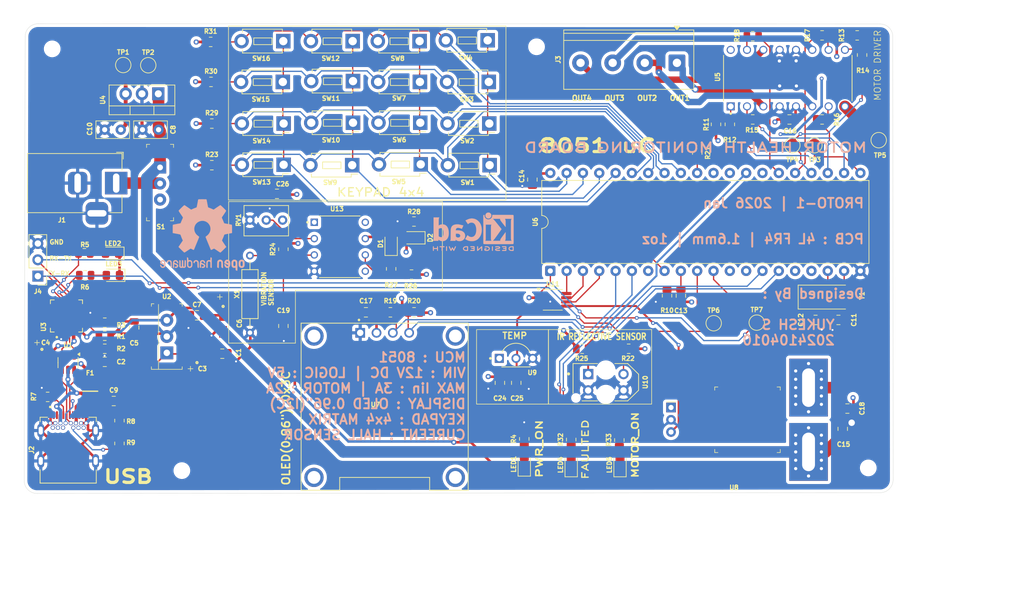
<source format=kicad_pcb>
(kicad_pcb (version 20241229) (generator "pcbnew") (generator_version "9.0")
  (title_block (title "Motor Health Monitoring System") (date "2026-01-15") (company "YUKESH S 2024104010"))
  (layers (0 "F.Cu" signal) (4 "In1.Cu" signal) (6 "In2.Cu" signal) (2 "B.Cu" signal) (13 "F.Paste" user) (15 "B.Paste" user) (5 "F.SilkS" user "F.Silkscreen") (7 "B.SilkS" user "B.Silkscreen") (1 "F.Mask" user) (3 "B.Mask" user) (25 "Edge.Cuts" user))
  (net 0 "")
  (net 1 "/USB_PWR")
  (net 2 "GND")
  (net 3 "Net-(U3-VBUS)")
  (net 4 "+3.3V")
  (net 5 "/+12V")
  (net 6 "/VBUS")
  (net 7 "/+5V")
  (net 8 "Net-(U6-XTAL1)")
  (net 9 "Net-(U6-XTAL2)")
  (net 10 "Net-(U6-RST)")
  (net 11 "Net-(U13-+)")
  (net 12 "/8051 Micocontroller/LM35_OUT")
  (net 13 "Net-(D1-K)")
  (net 14 "Net-(D2-K)")
  (net 15 "/POWER_IN")
  (net 17 "Net-(J2-CC1)")
  (net 20 "/USB_DP")
  (net 24 "Net-(J2-CC2)")
  (net 26 "/USB_DN")
  (net 30 "Net-(J3-Pin_4)")
  (net 31 "Net-(J3-Pin_1)")
  (net 32 "Net-(J3-Pin_3)")
  (net 33 "Net-(J3-Pin_2)")
  (net 34 "/TX_RX")
  (net 35 "/RX_TX")
  (net 36 "/PWD_LED")
  (net 37 "Net-(LED2-Pad2)")
  (net 38 "Net-(LED3-Pad2)")
  (net 39 "Net-(LED4-Pad2)")
  (net 40 "Net-(LED5-Pad2)")
  (net 41 "Net-(U3-~{RST})")
  (net 42 "Net-(U3-~{TXT}{slash}GPIO.2)")
  (net 43 "Net-(U3-~{RXT}{slash}GPIO.3)")
  (net 44 "/8051 Micocontroller/EN1")
  (net 45 "/8051 Micocontroller/EN1_PWM")
  (net 46 "/8051 Micocontroller/EN2")
  (net 47 "/8051 Micocontroller/EN2_PWM")
  (net 48 "/8051 Micocontroller/M1_F")
  (net 49 "Net-(U6-P2.1{slash}A9)")
  (net 50 "/8051 Micocontroller/M1_R")
  (net 51 "Net-(U6-P2.2{slash}A10)")
  (net 52 "Net-(U6-P2.4{slash}A12)")
  (net 53 "/8051 Micocontroller/M2_F")
  (net 54 "/8051 Micocontroller/M2_R")
  (net 55 "Net-(U6-P2.5{slash}A13)")
  (net 56 "/8051 Micocontroller/SDA")
  (net 57 "/8051 Micocontroller/SCL")
  (net 58 "Net-(U6-~{EA})")
  (net 59 "Net-(R22-Pad2)")
  (net 60 "/8051 Micocontroller/C1")
  (net 61 "/8051 Micocontroller/IR_OUT")
  (net 62 "/8051 Micocontroller/D0")
  (net 63 "/8051 Micocontroller/C2")
  (net 64 "/8051 Micocontroller/C3")
  (net 65 "/8051 Micocontroller/C4")
  (net 66 "/Fault_LED")
  (net 67 "/MOTOR_LED")
  (net 68 "Net-(U13--)")
  (net 70 "/8051 Micocontroller/R1")
  (net 71 "/8051 Micocontroller/R2")
  (net 72 "/8051 Micocontroller/R3")
  (net 73 "/8051 Micocontroller/R4")
  (net 74 "/USB_D-")
  (net 75 "/USB_D+")
  (net 84 "Net-(U11-DOUT)")
  (net 85 "Net-(U11-DIN)")
  (net 94 "Net-(U11-SCLK)")
  (net 95 "Net-(U11-~{CS})")
  (net 96 "/8051 Micocontroller/ACS712_OUT")
  (net 100 "/8051 Micocontroller/IP-")
  (footprint "Button_Switch_THT:SW_PUSH_1P1T_6x3.5mm_H5.0_APEM_MJTP1250" (layer "F.Cu") (at 143.1275 67.629 180)
    (property "Reference" "SW3")
    (property "Value" "SW_Push")
  )
  (footprint "Esp-32_sensor_Board004_Footprints:T491A" (layer "F.Cu") (at 97.7135 108.65 90)
    (property "Reference" "C3")
    (property "Value" "10u" (hide yes))
  )
  (footprint "MountingHole:MountingHole_2.1mm" (layer "F.Cu") (at 95.36 128.12)
    (property "Reference" "REF**" (hide yes))
    (property "Value" "MountingHole_2.1mm")
  )
  (footprint "Capacitor_THT:C_Disc_D5.0mm_W2.5mm_P2.50mm" (layer "F.Cu") (at 91.7335 75.0635 180)
    (property "Reference" "C8")
    (property "Value" "10u")
  )
  (footprint "Resistor_SMD:R_0805_2012Metric" (layer "F.Cu") (at 184.2005 73.471)
    (property "Reference" "R15")
    (property "Value" "1k")
  )
  (footprint "Button_Switch_THT:SW_PUSH_1P1T_6x3.5mm_H5.0_APEM_MJTP1250" (layer "F.Cu") (at 111.0715 67.629 180)
    (property "Reference" "SW15")
    (property "Value" "SW_Push")
  )
  (footprint "TestPoint:TestPoint_Pad_D2.0mm" (layer "F.Cu") (at 86.2375 65)
    (property "Reference" "TP1")
    (property "Value" "+5V")
  )
  (footprint "Button_Switch_THT:SW_PUSH_1P1T_6x3.5mm_H5.0_APEM_MJTP1250" (layer "F.Cu") (at 121.8665 80.583 180)
    (property "Reference" "SW9")
    (property "Value" "SW_Push")
  )
  (footprint "Resistor_SMD:R_0805_2012Metric" (layer "F.Cu") (at 100.0225 80.583)
    (property "Reference" "R23")
    (property "Value" "10k")
  )
  (footprint "Resistor_SMD:R_0805_2012Metric" (layer "F.Cu") (at 100.0225 74.106)
    (property "Reference" "R29")
    (property "Value" "10k")
  )
  (footprint "Resistor_SMD:R_0805_2012Metric" (layer "F.Cu") (at 180.6445 74.233 -90)
    (property "Reference" "R12")
    (property "Value" "1k")
  )
  (footprint "Esp-32_sensor_Board004_Footprints:T491A" (layer "F.Cu") (at 101.7775 105.221 -90)
    (property "Reference" "C6")
    (property "Value" "10u" (hide yes))
  )
  (footprint "Footprints:MODULE_DM-OLED096-636" (layer "F.Cu") (at 126.9235 118.175)
    (property "Reference" "U7")
    (property "Value" "DM-OLED096-636")
  )
  (footprint "Capacitor_SMD:C_0805_2012Metric" (layer "F.Cu") (at 193.9795 104.6715)
    (property "Reference" "C12")
    (property "Value" "22pF")
  )
  (footprint "Resistor_SMD:R_0805_2012Metric" (layer "F.Cu") (at 83.3625 107.126)
    (property "Reference" "R2")
    (property "Value" "47k5")
  )
  (footprint "Resistor_SMD:R_0805_2012Metric" (layer "F.Cu") (at 194.9955 73.471 180)
    (property "Reference" "R16")
    (property "Value" "1k")
  )
  (footprint "Crystal:Crystal_SMD_5032-2Pin_5.0x3.2mm_HandSoldering" (layer "F.Cu") (at 195.8845 101.1155)
    (property "Reference" "Y1")
    (property "Value" "12MHz")
  )
  (footprint "Capacitor_THT:C_Disc_D5.0mm_W2.5mm_P2.50mm" (layer "F.Cu") (at 85.8515 75.0635 180)
    (property "Reference" "C10")
    (property "Value" "0.1u")
  )
  (footprint "Footprints:XDCR_TCRT5000L" (layer "F.Cu") (at 161.3405 114.365)
    (property "Reference" "U10")
    (property "Value" "TCRT5000L")
  )
  (footprint "TestPoint:TestPoint_Pad_D2.0mm" (layer "F.Cu") (at 190.3675 77.48)
    (property "Reference" "TP4")
    (property "Value" "PWM-2")
  )
  (footprint "Resistor_SMD:R_0805_2012Metric" (layer "F.Cu") (at 184.2005 60.517)
    (property "Reference" "R18")
    (property "Value" "1k")
  )
  (footprint "Capacitor_SMD:C_0805_2012Metric" (layer "F.Cu") (at 147.3975 114.46 -90)
    (property "Reference" "C25")
    (property "Value" "0.1u")
  )
  (footprint "Footprints:SW-420" (layer "F.Cu") (at 105.9565 100.655 -90)
    (property "Reference" "X1")
    (property "Value" "SW-420")
  )
  (footprint "Capacitor_SMD:C_0805_2012Metric" (layer "F.Cu") (at 173.0245 100.903 90)
    (property "Reference" "C13")
    (property "Value" "10u")
  )
  (footprint "Package_TO_SOT_THT:TO-220-3_Vertical" (layer "F.Cu") (at 91.6935 69.4755 180)
    (property "Reference" "U4")
    (property "Value" "LM7805_TO220")
  )
  (footprint "Resistor_SMD:R_0805_2012Metric" (layer "F.Cu") (at 99.8435 61.406)
    (property "Reference" "R31")
    (property "Value" "10k")
  )
  (footprint "MountingHole:MountingHole_2.1mm" (layer "F.Cu") (at 75.184 62.484)
    (property "Reference" "REF**" (hide yes))
    (property "Value" "MountingHole_2.1mm")
  )
  (footprint "Button_Switch_THT:SW_PUSH_1P1T_6x3.5mm_H5.0_APEM_MJTP1250" (layer "F.Cu") (at 121.9415 61.279 180)
    (property "Reference" "SW12")
    (property "Value" "SW_Push")
  )
  (footprint "Resistor_SMD:R_0805_2012Metric" (layer "F.Cu") (at 157.6575 109.158 180)
    (property "Reference" "R25")
    (property "Value" "10k")
  )
  (footprint "Esp-32_sensor_Board004_Footprints:T491A" (layer "F.Cu") (at 73.5805 111.908 -90)
    (property "Reference" "C4")
    (property "Value" "4.7u" (hide yes))
  )
  (footprint "Resistor_SMD:R_0805_2012Metric" (layer "F.Cu") (at 127.9275 96.718 -90)
    (property "Reference" "R27")
    (property "Value" "1k")
  )
  (footprint "Connector_BarrelJack:BarrelJack_Horizontal" (layer "F.Cu") (at 85.1405 83.377)
    (property "Reference" "J1")
    (property "Value" "Barrel_Jack_Switch")
  )
  (footprint "Capacitor_SMD:C_0805_2012Metric" (layer "F.Cu") (at 83.3625 111.19)
    (property "Reference" "C2")
    (property "Value" "1u")
  )
  (footprint "Button_Switch_THT:SW_PUSH_1P1T_6x3.5mm_H5.0_APEM_MJTP1250" (layer "F.Cu") (at 132.4595 73.979 180)
    (property "Reference" "SW6")
    (property "Value" "SW_Push")
  )
  (footprint "TestPoint:TestPoint_Pad_D2.0mm" (layer "F.Cu") (at 203.8075 76.6915)
    (property "Reference" "TP5")
    (property "Value" "Motor Current")
  )
  (footprint "Resistor_SMD:R_0805_2012Metric" (layer "F.Cu") (at 131.4955 103.4845 180)
    (property "Reference" "R20")
    (property "Value" "4k7")
  )
  (footprint "Resistor_SMD:R_0805_2012Metric" (layer "F.Cu") (at 155.9475 123.283 90)
    (property "Reference" "R32")
    (property "Value" "470")
  )
  (footprint "Resistor_SMD:R_0805_2012Metric" (layer "F.Cu") (at 131.1025 97.607 180)
    (property "Reference" "R26")
    (property "Value" "10k")
  )
  (footprint "Resistor_SMD:R_0805_2012Metric" (layer "F.Cu") (at 148.6475 123.183 90)
    (property "Reference" "R4")
    (property "Value" "470")
  )
  (footprint "Footprints:DIP880W50P254L2000H510Q16" (layer "F.Cu") (at 189.6615 67.0355 90)
    (property "Reference" "U5")
    (property "Value" "L293D")
  )
  (footprint "Potentiometer_THT:Potentiometer_Bourns_3266Y_Vertical" (layer "F.Cu") (at 111.0365 89.135)
    (property "Reference" "RV1")
    (property "Value" "R_Potentiometer")
  )
  (footprint "Resistor_SMD:R_0805_2012Metric" (layer "F.Cu") (at 80.3115 97.728)
    (property "Reference" "R6")
    (property "Value" "1k")
  )
  (footprint "Resistor_SMD:R_0805_2012Metric" (layer "F.Cu") (at 74.4725 116.651 180)
    (property "Reference" "R7")
    (property "Value" "5k1")
  )
  (footprint "Capacitor_SMD:C_0805_2012Metric" (layer "F.Cu") (at 189.9155 73.471)
    (property "Reference" "C16")
    (property "Value" "0.1u")
  )
  (footprint "LED_SMD:LED_0805_2012Metric_Pad1.15x1.40mm_HandSolder" (layer "F.Cu") (at 163.5475 127.22 90)
    (property "Reference" "LED5")
    (property "Value" "LTST-C170TBKT")
  )
  (footprint "LED_SMD:LED_0805_2012Metric_Pad1.15x1.40mm_HandSolder" (layer "F.Cu") (at 127.9275 92.781 90)
    (property "Reference" "D1")
    (property "Value" "LED")
  )
  (footprint "Esp-32_sensor_Board004_Footprints:FUSC3226X100N" (layer "F.Cu") (at 81.0765 115.762 90)
    (property "Reference" "F1")
    (property "Value" "0ZCH0110AF2E" (hide yes))
  )
  (footprint "Button_Switch_THT:SW_PUSH_1P1T_6x3.5mm_H5.0_APEM_MJTP1250" (layer "F.Cu") (at 132.4075 67.629 180)
    (property "Reference" "SW7")
    (property "Value" "SW_Push")
  )
  (footprint "LED_SMD:LED_0805_2012Metric_Pad1.15x1.40mm_HandSolder" (layer "F.Cu") (at 155.9475 127.22 90)
    (property "Reference" "LED4")
    (property "Value" "LTST-C170TBKT")
  )
  (footprint "Resistor_SMD:R_0805_2012Metric" (layer "F.Cu") (at 111.1635 93.67 -90)
    (property "Reference" "R24")
    (property "Value" "10k")
  )
  (footprint "Button_Switch_THT:SW_PUSH_1P1T_6x3.5mm_H5.0_APEM_MJTP1250" (layer "F.Cu") (at 121.9935 73.979 180)
    (property "Reference" "SW10")
    (property "Value" "SW_Push")
  )
  (footprint "Button_Switch_THT:SW_PUSH_1P1T_6x3.5mm_H5.0_APEM_MJTP1250" (layer "F.Cu") (at 132.3555 61.279 180)
    (property "Reference" "SW8")
    (property "Value" "SW_Push")
  )
  (footprint "Connector_PinHeader_2.54mm:PinHeader_1x03_P2.54mm_Vertical" (layer "F.Cu") (at 72.9485 97.855 180)
    (property "Reference" "J4")
    (property "Value" "Conn_01x03_Pin")
  )
  (footprint "Capacitor_SMD:C_0805_2012Metric" (layer "F.Cu") (at 101.6505 109.92)
    (property "Reference" "C1")
    (property "Value" "0.1u")
  )
  (footprint "TestPoint:TestPoint_Pad_D2.0mm" (layer "F.Cu") (at 90.1275 65.03)
    (property "Reference" "TP2")
    (property "Value" "GND")
  )
  (footprint "digikey-footprints:TO-220-3" (layer "F.Cu") (at 93.0145 109.793 90)
    (property "Reference" "U2")
    (property "Value" "MC7805CTG")
  )
  (footprint "Footprints:QFN50P500X500X100-29N" (layer "F.Cu") (at 77.3975 104.05 90)
    (property "Reference" "U3")
    (property "Value" "CP2102N-Axx-xQFN20")
  )
  (footprint "MountingHole:MountingHole_2.1mm" (layer "F.Cu") (at 202.184 127.7)
    (property "Reference" "REF**" (hide yes))
    (property "Value" "MountingHole_2.1mm")
  )
  (footprint "Resistor_SMD:R_0805_2012Metric" (layer "F.Cu") (at 201.2185 63.438 90)
    (property "Reference" "R14")
    (property "Value" "1k")
  )
  (footprint "Button_Switch_THT:SW_PUSH_1P1T_6x3.5mm_H5.0_APEM_MJTP1250" (layer "F.Cu") (at 111.1465 61.279 180)
    (property "Reference" "SW16")
    (property "Value" "SW_Push")
  )
  (footprint "Capacitor_SMD:C_0805_2012Metric" (layer "F.Cu") (at 97.7135 103.951 180)
    (property "Reference" "C7")
    (property "Value" "0.1u")
  )
  (footprint "Resistor_SMD:R_0805_2012Metric" (layer "F.Cu") (at 194.9955 60.39 180)
    (property "Reference" "R17")
    (property "Value" "1k")
  )
  (footprint "Esp-32_sensor_Board004_Footprints:BELFUSE_SS-52400-002" (layer "F.Cu") (at 77.67075 126.6145)
    (property "Reference" "J2")
    (property "Value" "SS-52400-002")
  )
  (footprint "Capacitor_SMD:C_0805_2012Metric" (layer "F.Cu") (at 197.5355 104.6715 180)
    (property "Reference" "C11")
    (property "Value" "22pF")
  )
  (footprint "Package_TO_SOT_SMD:SOT-23-6" (layer "F.Cu") (at 77.6475 111.317 -90)
    (property "Reference" "U1")
    (property "Value" "USBLC6-2SC6")
  )
  (footprint "Capacitor_SMD:C_0805_2012Metric" (layer "F.Cu") (at 111.1635 105.608 -90)
    (property "Reference" "C19")
    (property "Value" "104")
  )
  (footprint "Resistor_SMD:R_0805_2012Metric" (layer "F.Cu") (at 131.4835 89.352 180)
    (property "Reference" "R28")
    (property "Value" "1k")
  )
  (footprint "Button_Switch_THT:SW_PUSH_1P1T_6x3.5mm_H5.0_APEM_MJTP1250" (layer "F.Cu") (at 111.1985 80.521 180)
    (property "Reference" "SW13")
    (property "Value" "SW_Push")
  )
  (footprint "Capacitor_SMD:C_0805_2012Metric" (layer "F.Cu") (at 144.8575 114.46 -90)
    (property "Reference" "C24")
    (property "Value" "0.1u")
  )
  (footprint "Button_Switch_THT:SW_PUSH_1P1T_6x3.5mm_H5.0_APEM_MJTP1250" (layer "F.Cu") (at 143.2025 74.106 180)
    (property "Reference" "SW2")
    (property "Value" "SW_Push")
  )
  (footprint "Button_Switch_THT:SW_PUSH_1P1T_6x3.5mm_H5.0_APEM_MJTP1250" (layer "F.Cu") (at 132.5345 80.456 180)
    (property "Reference" "SW5")
    (property "Value" "SW_Push")
  )
  (footprint "TestPoint:TestPoint_Pad_D2.0mm" (layer "F.Cu") (at 178.1275 105.18)
    (property "Reference" "TP6")
    (property "Value" "UART TX")
  )
  (footprint "Resistor_SMD:R_0805_2012Metric" (layer "F.Cu") (at 175.5645 78.678 -90)
    (property "Reference" "R21")
    (property "Value" "10k")
  )
  (footprint "TestPoint:TestPoint_Pad_D2.0mm" (layer "F.Cu") (at 193.7975 77.48)
    (property "Reference" "TP3")
    (property "Value" "PWM-1")
  )
  (footprint "Resistor_SMD:R_0805_2012Metric" (layer "F.Cu") (at 178.4855 74.233 90)
    (property "Reference" "R11")
    (property "Value" "10k")
  )
  (footprint "Capacitor_SMD:C_0805_2012Metric" (layer "F.Cu") (at 87.9345 105.856 90)
    (property "Reference" "C5")
    (property "Value" "0.1u")
  )
  (footprint "Resistor_SMD:R_0805_2012Metric" (layer "F.Cu") (at 164.8965 109.158 180)
    (property "Reference" "R22")
    (property "Value" "220")
  )
  (footprint "LED_SMD:LED_0805_2012Metric_Pad1.15x1.40mm_HandSolder" (layer "F.Cu") (at 84.5055 94.299 180)
    (property "Reference" "LED2")
    (property "Value" "LTST-C170TBKT")
  )
  (footprint "Footprints:DIP794W45P254L959H508Q8" (layer "F.Cu") (at 119.9385 93.283)
    (property "Reference" "U13")
    (property "Value" "LM741")
  )
  (footprint "Resistor_SMD:R_0805_2012Metric" (layer "F.Cu") (at 163.4475 123.356 90)
    (property "Reference" "R33")
    (property "Value" "470")
  )
  (footprint "digikey-footprints:CB-5_Formed_Leads" (layer "F.Cu") (at 192.8865 120.207 -90)
    (property "Reference" "U8")
    (property "Value" "ACS770LCB-050B-PFF-T")
  )
  (footprint "Capacitor_SMD:C_0805_2012Metric" (layer "F.Cu") (at 124.0025 103.4845)
    (property "Reference" "C17")
    (property "Value" "0.1u")
  )
  (footprint "Resistor_SMD:R_0805_2012Metric" (layer "F.Cu") (at 99.8955 67.629)
    (property "Reference" "R30")
    (property "Value" "10k")
  )
  (footprint "Footprints:IC_LM35DZ_LFT4" (layer "F.Cu") (at 147.36 110.65)
    (property "Reference" "U9")
    (property "Value" "LM35DZ_LFT4")
  )
  (footprint "Resistor_SMD:R_0805_2012Metric" (layer "F.Cu") (at 127.8125 103.4845 180)
    (property "Reference" "R19")
    (property "Value" "4k7")
  )
  (footprint "Capacitor_SMD:C_0805_2012Metric" (layer "F.Cu") (at 84.7595 117.286)
    (property "Reference" "C9")
    (property "Value" "4.7u")
  )
  (footprint "Button_Switch_THT:SW_PUSH_1P1T_6x3.5mm_H5.0_APEM_MJTP1250" (layer "F.Cu") (at 142.9485 61.152 180)
    (property "Reference" "SW4")
    (property "Value" "SW_Push")
  )
  (footprint "Button_Switch_THT:SW_PUSH_1P1T_6x3.5mm_H5.0_APEM_MJTP1250" (layer "F.Cu") (at 111.1985 74.106 180)
    (property "Reference" "SW14")
    (property "Value" "SW_Push")
  )
  (footprint "Capacitor_SMD:C_0805_2012Metric" (layer "F.Cu") (at 198.9275 118.46 180)
    (property "Reference" "C18")
    (property "Value" "0.1u")
  )
  (footprint "LED_SMD:LED_0805_2012Metric_Pad1.15x1.40mm_HandSolder" (layer "F.Cu") (at 84.6325 97.728 180)
    (property "Reference" "LED3")
    (property "Value" "LTST-C170TBKT")
  )
  (footprint "TerminalBlock_Phoenix:TerminalBlock_Phoenix_PT-1,5-4-5.0-H_1x04_P5.00mm_Horizontal" (layer "F.Cu") (at 172.4075 64.6625 180)
    (property "Reference" "J3")
    (property "Value" "Conn_01x04_Socket")
  )
  (footprint "TestPoint:TestPoint_Pad_D2.0mm" (layer "F.Cu") (at 184.8275 105.09)
    (property "Reference" "TP7")
    (property "Value" "UART RX")
  )
  (footprint "Capacitor_SMD:C_0805_2012Metric" (layer "F.Cu") (at 149.9105 82.8275 -90)
    (property "Reference" "C14")
    (property "Value" "0.1u")
  )
  (footprint "LED_SMD:LED_0805_2012Metric_Pad1.15x1.40mm_HandSolder" (layer "F.Cu") (at 148.6475 127.12 90)
    (property "Reference" "LED1")
    (property "Value" "LTST-C170TBKT")
  )
  (footprint "LED_SMD:LED_0805_2012Metric_Pad1.15x1.40mm_HandSolder" (layer "F.Cu") (at 131.3565 91.892 180)
    (property "Reference" "D2")
    (property "Value" "LED")
  )
  (footprint "Resistor_SMD:R_0805_2012Metric" (layer "F.Cu") (at 85.6485 123.89 90)
    (property "Reference" "R9")
    (property "Value" "5k1")
  )
  (footprint "Capacitor_SMD:C_0805_2012Metric" (layer "F.Cu") (at 110.16 85.05 180)
    (property "Reference" "C26")
    (property "Value" "104")
  )
  (footprint "Resistor_SMD:R_0805_2012Metric" (layer "F.Cu") (at 83.3625 109.158 180)
    (property "Reference" "R1")
    (property "Value" "22k1")
  )
  (footprint "Button_Switch_THT:SW_PUSH_1P1T_6x3.5mm_H5.0_APEM_MJTP1250" (layer "F.Cu") (at 143.2545 80.583 180)
    (property "Reference" "SW1")
    (property "Value" "SW_Push")
  )
  (footprint "Button_Switch_THT:SW_PUSH_1P1T_6x3.5mm_H5.0_APEM_MJTP1250" (layer "F.Cu") (at 121.9935 67.502 180)
    (property "Reference" "SW11")
    (property "Value" "SW_Push")
  )
  (footprint "Resistor_SMD:R_0805_2012Metric" (layer "F.Cu") (at 170.8655 100.903 -90)
    (property "Reference" "R10")
    (property "Value" "10k")
  )
  (footprint "Package_DIP:DIP-40_W15.24mm" (layer "F.Cu") (at 152.6975 97.04 90)
    (property "Reference" "U6")
    (property "Value" "P8051AH")
  )
  (footprint "Resistor_SMD:R_0805_2012Metric" (layer "F.Cu") (at 200.4565 60.39)
    (property "Reference" "R13")
    (property "Value" "10k")
  )
  (footprint "Package_SO:VSSOP-8_3x3mm_P0.65mm" (layer "F.Cu") (at 153.0855 101.538)
    (property "Reference" "U11")
    (property "Value" "ADC082S051")
  )
  (footprint "digikey-footprints:Switch_Slide_11.6x4mm_EG1218" (layer "F.Cu") (at 91.9675 80.9385 -90)
    (property "Reference" "S1")
    (property "Value" "EG1218")
  )
  (footprint "Resistor_SMD:R_0805_2012Metric" (layer "F.Cu") (at 85.6485 120.334 90)
    (property "Reference" "R8")
    (property "Value" "100M")
  )
  (footprint "Resistor_SMD:R_0805_2012Metric" (layer "F.Cu") (at 83.3625 105.094 180)
    (property "Reference" "R3")
    (property "Value" "10k")
  )
  (footprint "Resistor_SMD:R_0805_2012Metric" (layer "F.Cu") (at 80.1845 94.299)
    (property "Reference" "R5")
    (property "Value" "1k")
  )
  (footprint "Capacitor_SMD:C_0805_2012Metric" (layer "F.Cu") (at 198.2075 121.62 90)
    (property "Reference" "C15")
    (property "Value" "0.1u")
  )
  (footprint "MountingHole:MountingHole_2.1mm" (layer "F.Cu") (at 150.5575 62.16)
    (property "Reference" "REF**" (hide yes))
    (property "Value" "MountingHole_2.1mm")
  )
  (footprint "Symbol:KiCad-Logo2_5mm_SilkScreen" (layer "B.Cu") (at 140.716 90.932 180)
    (property "Reference" "REF**" (hide yes))
    (property "Value" "KiCad-Logo2_5mm_SilkScreen" (hide yes))
  )
  (footprint "Symbol:OSHW-Logo2_14.6x12mm_SilkScreen" (layer "B.Cu") (at 98.552 91.44 180)
    (property "Reference" "REF**" (hide yes))
    (property "Value" "OSHW-Logo2_14.6x12mm_SilkScreen" (hide yes))
  )
  (gr_line (start 102.616 59.429) (end 102.609889 86.004966) (stroke (width 0.1)) (layer "F.SilkS"))
  (gr_rect (start 141.224 106.172) (end 152.4 117.773) (stroke (width 0.1)) (fill no) (layer "F.SilkS"))
  (gr_line (start 102.64 86.25) (end 102.65 108.28) (stroke (width 0.1)) (layer "F.SilkS"))
  (gr_line (start 102.609889 86.004966) (end 145.79011 86.035033) (stroke (width 0.1)) (layer "F.SilkS"))
  (gr_line (start 145.796222 86.035033) (end 145.796 58.928) (stroke (width 0.1)) (layer "F.SilkS"))
  (gr_line (start 135.9 86.26) (end 105.0315 86.26) (stroke (width 0.1)) (layer "F.SilkS"))
  (gr_line (start 105.071391 86.25) (end 102.64 86.25) (stroke (width 0.1)) (layer "F.SilkS"))
  (gr_line (start 102.65 108.28) (end 103.26 108.28) (stroke (width 0.1)) (layer "F.SilkS"))
  (gr_line (start 113.03 108.28) (end 113.03 100.05) (stroke (width 0.1)) (layer "F.SilkS"))
  (gr_line (start 102.616 59.429) (end 102.616 58.928) (stroke (width 0.1)) (layer "F.SilkS"))
  (gr_line (start 135.9 100.05) (end 135.9 86.26) (stroke (width 0.1)) (layer "F.SilkS"))
  (gr_rect (start 152.4 106.172) (end 168.4725 117.773) (stroke (width 0.1)) (fill no) (layer "F.SilkS"))
  (gr_line (start 145.796 58.928) (end 102.616 58.928) (stroke (width 0.1)) (layer "F.SilkS"))
  (gr_line (start 113.03 100.05) (end 135.9 100.05) (stroke (width 0.1)) (layer "F.SilkS"))
  (gr_line (start 103.26 108.28) (end 113.03 108.28) (stroke (width 0.1)) (layer "F.SilkS"))
  (gr_line (start 72.9775 58.58) (end 204.023187 58.609899) (stroke (width 0.05)) (layer "Edge.Cuts"))
  (gr_arc (start 206.049928 129.55) (mid 205.464657 130.96297) (end 204.051687 131.548241) (stroke (width 0.05)) (layer "Edge.Cuts"))
  (gr_line (start 70.820725 129.6745) (end 70.9675 60.59) (stroke (width 0.05)) (layer "Edge.Cuts"))
  (gr_line (start 206.003288 60.59) (end 206.051712 129.55) (stroke (width 0.05)) (layer "Edge.Cuts"))
  (gr_arc (start 204.023187 58.609899) (mid 205.42333 59.189857) (end 206.003288 60.59) (stroke (width 0.05)) (layer "Edge.Cuts"))
  (gr_arc (start 72.82075 131.674525) (mid 71.406519 131.088731) (end 70.820725 129.6745) (stroke (width 0.05)) (layer "Edge.Cuts"))
  (gr_arc (start 70.9675 60.59) (mid 71.556215 59.168715) (end 72.9775 58.58) (stroke (width 0.05)) (layer "Edge.Cuts"))
  (gr_line (start 204.051687 131.548241) (end 72.82075 131.674525) (stroke (width 0.05)) (layer "Edge.Cuts"))
  (gr_text "+" (at 100.584 101.6 0) (layer "F.SilkS") (effects (font (size 1 1) (thickness 0.1)) (justify left bottom)))
  (gr_text "RX-TX" (at 74.676 95.504 0) (layer "F.SilkS") (effects (font (size 0.7 0.7) (thickness 0.14) (bold yes)) (justify left bottom)))
  (gr_text "OUT4" (at 155.956 70.612 0) (layer "F.SilkS") (effects (font (size 0.8 0.8) (thickness 0.2) (bold yes)) (justify left bottom)))
  (gr_text "OUT1" (at 171.196 70.612 0) (layer "F.SilkS") (effects (font (size 0.8 0.8) (thickness 0.2) (bold yes)) (justify left bottom)))
  (gr_text "USB" (at 82.93 130.23 0) (layer "F.SilkS") (effects (font (size 2 2.5) (thickness 0.5) (bold yes)) (justify left bottom)))
  (gr_text "TX-RX" (at 74.3285 97.855 0) (layer "F.SilkS") (effects (font (size 0.7 0.7) (thickness 0.14) (bold yes)) (justify left bottom)))
  (gr_text "8051 uC" (at 150.6455 78.733 0) (layer "F.SilkS") (effects (font (size 2 2.8) (thickness 0.5) (bold yes)) (justify left bottom)))
  (gr_text "PWR_ON" (at 151.57 129.39 90) (layer "F.SilkS") (effects (font (size 1 1.5) (thickness 0.25) (bold yes)) (justify left bottom)))
  (gr_text "MOTOR_ON" (at 166.49 129.4 90) (layer "F.SilkS") (effects (font (size 1 1.3) (thickness 0.25) (bold yes)) (justify left bottom)))
  (gr_text "GND" (at 74.676 92.964 0) (layer "F.SilkS") (effects (font (size 0.7 0.7) (thickness 0.175) (bold yes)) (justify left bottom)))
  (gr_text "OUT3" (at 161.036 70.612 0) (layer "F.SilkS") (effects (font (size 0.8 0.8) (thickness 0.2) (bold yes)) (justify left bottom)))
  (gr_text "KEYPAD 4x4" (at 119.36 85.56 0) (layer "F.SilkS") (effects (font (size 1.3 1.5) (thickness 0.2) (bold yes)) (justify left bottom)))
  (gr_text "VIBRATION\nSENSOR" (at 109.67 102.56 90) (layer "F.SilkS") (effects (font (size 0.7 0.7) (thickness 0.175) (bold yes)) (justify left bottom)))
  (gr_text "TEMP" (at 145.12 107.71 0) (layer "F.SilkS") (effects (font (size 1 1) (thickness 0.2) (bold yes)) (justify left bottom)))
  (gr_text "OLED(0.96{dblquote})_0x3C" (at 112.268 130.556 90) (layer "F.SilkS") (effects (font (size 1.2 1.3) (thickness 0.25) (bold yes)) (justify left bottom)))
  (gr_text "+" (at 72.136 108.712 0) (layer "F.SilkS") (effects (font (size 1 1) (thickness 0.1)) (justify left bottom)))
  (gr_text "MOTOR DRIVER" (at 204.216 70.612 90) (layer "F.SilkS") (effects (font (size 1 1) (thickness 0.1)) (justify left bottom)))
  (gr_text "FAULTED" (at 158.73 129.63 90) (layer "F.SilkS") (effects (font (size 1 1.5) (thickness 0.2) (bold yes)) (justify left bottom)))
  (gr_text "OUT2" (at 166.116 70.612 0) (layer "F.SilkS") (effects (font (size 0.8 0.8) (thickness 0.2) (bold yes)) (justify left bottom)))
  (gr_text "IR REFLECTIVE SENSOR" (at 153.6 107.85 0) (layer "F.SilkS") (effects (font (size 1 0.8) (thickness 0.2) (bold yes)) (justify left bottom)))
  (gr_text "+" (at 96.012 112.776 0) (layer "F.SilkS") (effects (font (size 1 1) (thickness 0.1)) (justify left bottom)))
  (gr_text "Designed By : \n\n    YUKESH S\n    2024104010" (at 201.676 108.712 0) (layer "B.SilkS") (effects (font (size 1.5 1.5) (thickness 0.3) (bold yes)) (justify left bottom mirror)))
  (gr_text "PCB : 4L FR4 | 1.6mm | 1oz" (at 201.676 92.964 0) (layer "B.SilkS") (effects (font (size 1.5 1.5) (thickness 0.3) (bold yes)) (justify left bottom mirror)))
  (gr_text "MCU : 8051\nVIN : 12V DC | LOGIC : 5V\nMAX Iin : 3A | MOTOR : 2A\nDISPLAY : OLED 0.96{dblquote}(I2C)\nKEYPAD : 4x4 MATRIX\nCUREENT : HALL SENSOR" (at 139.7 123.444 0) (layer "B.SilkS") (effects (font (size 1.5 1.5) (thickness 0.3) (bold yes)) (justify left bottom mirror)))
  (gr_text "PROTO-1 | 2026 Jan" (at 201.676 87.376 0) (layer "B.SilkS") (effects (font (size 1.5 1.5) (thickness 0.3) (bold yes)) (justify left bottom mirror)))
  (gr_text "MOTOR HEALTH MONITORING BOARD" (at 202.184 78.74 0) (layer "B.SilkS") (effects (font (size 1.5 2) (thickness 0.3) (bold yes)) (justify left bottom mirror)))
  (segment (start 88.6655 114.142) (end 93.0145 109.793) (width 0.25) (layer "F.Cu") (net 1))
  (segment (start 100.6605 109.96) (end 100.7005 109.92) (width 0.25) (layer "F.Cu") (net 1))
  (segment (start 81.0765 114.142) (end 88.6655 114.142) (width 0.25) (layer "F.Cu") (net 1))
  (segment (start 97.7135 109.96) (end 100.6605 109.96) (width 0.25) (layer "F.Cu") (net 1))
  (segment (start 93.0145 109.793) (end 93.3845 109.793) (width 0.25) (layer "F.Cu") (net 1))
  (segment (start 93.3845 109.793) (end 93.5515 109.96) (width 0.25) (layer "F.Cu") (net 1))
  (segment (start 93.5515 109.96) (end 97.7135 109.96) (width 0.25) (layer "F.Cu") (net 1))
  (segment (start 79.76075 124.0645) (end 81.94075 121.8845) (width 0.4) (layer "F.Cu") (net 2))
  (segment (start 75.8975 102.55) (end 75.8975 101.68) (width 0.5) (layer "F.Cu") (net 2))
  (segment (start 148.6475 120.61) (end 148.6375 120.6) (width 0.4) (layer "F.Cu") (net 2))
  (segment (start 77.3975 104.05) (end 75.8975 102.55) (width 0.5) (layer "F.Cu") (net 2))
  (segment (start 74.87075 120.7345) (end 74.92075 120.6845) (width 0.4) (layer "F.Cu") (net 2))
  (segment (start 144.8575 115.41) (end 143.0975 115.41) (width 0.4) (layer "F.Cu") (net 2))
  (segment (start 109.1975 87.16) (end 109.0275 87.33) (width 0.4) (layer "F.Cu") (net 2))
  (segment (start 97.7135 107.34) (end 97.7135 107.246) (width 0.4) (layer "F.Cu") (net 2))
  (segment (start 111.1635 107.876) (end 111.2275 107.94) (width 0.4) (layer "F.Cu") (net 2))
  (segment (start 85.6485 121.2465) (end 85.6485 122.9775) (width 0.4) (layer "F.Cu") (net 2))
  (segment (start 123.1135 106.675) (end 123.1135 103.5455) (width 0.4) (layer "F.Cu") (net 2))
  (segment (start 79.7675 103.55) (end 81.1075 103.55) (width 0.5) (layer "F.Cu") (net 2))
  (segment (start 76.8975 106.42) (end 76.8975 104.55) (width 0.5) (layer "F.Cu") (net 2))
  (segment (start 76.8975 106.42) (end 76.8975 107.33) (width 0.5) (layer "F.Cu") (net 2))
  (segment (start 80.47075 120.7345) (end 80.47075 119.5345) (width 0.4) (layer "F.Cu") (net 2))
  (segment (start 84.4915 107.126) (end 84.275 107.126) (width 0.4) (layer "F.Cu") (net 2))
  (segment (start 77.67075 124.0645) (end 75.58075 124.0645) (width 0.4) (layer "F.Cu") (net 2))
  (segment (start 73.56 118.12375) (end 74.92075 119.4845) (width 0.4) (layer "F.Cu") (net 2))
  (segment (start 84.2875 111.19) (end 83.3375 110.24) (width 0.4) (layer "F.Cu") (net 2))
  (segment (start 85.6485 121.2465) (end 85.6485 119.4215) (width 0.4) (layer "F.Cu") (net 2))
  (segment (start 73.56 116.651) (end 73.56 118.12375) (width 0.4) (layer "F.Cu") (net 2))
  (segment (start 81.1075 103.55) (end 81.1175 103.56) (width 0.5) (layer "F.Cu") (net 2))
  (segment (start 196.5855 104.6715) (end 196.5855 106.198) (width 0.4) (layer "F.Cu") (net 2))
  (segment (start 77.6475 110.1795) (end 77.6475 110.841999) (width 0.4) (layer "F.Cu") (net 2))
  (segment (start 73.56 115.24) (end 73.56 113.2385) (width 0.4) (layer "F.Cu") (net 2))
  (segment (start 85.5775 105.79) (end 85.5775 106.6) (width 0.4) (layer "F.Cu") (net 2))
  (segment (start 190.8655 73.471) (end 190.8655 71.5015) (width 0.4) (layer "F.Cu") (net 2))
  (segment (start 197.9775 118.46) (end 197.9775 120.44) (width 1.8) (layer "F.Cu") (net 2))
  (segment (start 149.3375 115.41) (end 149.3475 115.4) (width 0.4) (layer "F.Cu") (net 2))
  (segment (start 144.8575 115.41) (end 147.3975 115.41) (width 0.4) (layer "F.Cu") (net 2))
  (segment (start 81.94075 126.2445) (end 79.76075 124.0645) (width 0.4) (layer "F.Cu") (net 2))
  (segment (start 74.87075 120.7345) (end 75.67075 120.7345) (width 0.4) (layer "F.Cu") (net 2))
  (segment (start 73.72075 121.8845) (end 74.87075 120.7345) (width 0.4) (layer "F.Cu") (net 2))
  (segment (start 77.6475 110.841999) (end 77.098499 111.391) (width 0.4) (layer "F.Cu") (net 2))
  (segment (start 85.0105 121.8845) (end 85.6485 121.2465) (width 0.4) (layer "F.Cu") (net 2))
  (segment (start 194.9295 106.182) (end 194.9375 106.19) (width 0.4) (layer "F.Cu") (net 2))
  (segment (start 102.6005 109.92) (end 102.6005 109.943) (width 0.4) (layer "F.Cu") (net 2))
  (segment (start 194.9295 104.6715) (end 194.9295 106.182) (width 0.4) (layer "F.Cu") (net 2))
  (segment (start 109.1975 85.161) (end 109.1975 87.16) (width 0.4) (layer "F.Cu") (net 2))
  (segment (start 75.4075 111.391) (end 73.5805 113.218) (width 0.4) (layer "F.Cu") (net 2))
  (segment (start 73.56 113.2385) (end 73.5805 113.218) (width 0.4) (layer "F.Cu") (net 2))
  (segment (start 79.67075 120.7345) (end 80.47075 120.7345) (width 0.4) (layer "F.Cu") (net 2))
  (segment (start 196.5855 106.198) (end 196.6175 106.23) (width 0.4) (layer "F.Cu") (net 2))
  (segment (start 81.94075 121.8845) (end 85.0105 121.8845) (width 0.4) (layer "F.Cu") (net 2))
  (segment (start 73.40075 126.6145) (end 73.40075 126.2445) (width 0.4) (layer "F.Cu") (net 2))
  (segment (start 76.8975 107.33) (end 76.5775 107.65) (width 0.5) (layer "F.Cu") (net 2))
  (segment (start 89.1535 74.9835) (end 89.2335 75.0635) (width 0.5) (layer "F.Cu") (net 2))
  (segment (start 130.571 89.352) (end 128.9595 89.352) (width 0.4) (layer "F.Cu") (net 2))
  (segment (start 147.3975 115.41) (end 149.3375 115.41) (width 0.4) (layer "F.Cu") (net 2))
  (segment (start 96.7635 105.544) (end 96.3875 105.92) (width 0.4) (layer "F.Cu") (net 2))
  (segment (start 73.56 116.651) (end 73.56 115.24) (width 0.4) (layer "F.Cu") (net 2))
  (segment (start 85.7835 106.806) (end 87.9345 106.806) (width 0.4) (layer "F.Cu") (net 2))
  (segment (start 73.40075 126.2445) (end 75.58075 124.0645) (width 0.4) (layer "F.Cu") (net 2))
  (segment (start 77.098499 111.391) (end 75.4075 111.391) (width 0.4) (layer "F.Cu") (net 2))
  (segment (start 106.0175 108.9) (end 106.0175 106.716) (width 0.4) (layer "F.Cu") (net 2))
  (segment (start 152.6445 101.863) (end 152.6875 101.82) (width 0.4) (layer "F.Cu") (net 2))
  (segment (start 85.5775 105.79) (end 85.5775 106.04) (width 0.4) (layer "F.Cu") (net 2))
  (segment (start 100.5565 106.531) (end 99.9775 107.11) (width 0.4) (layer "F.Cu") (net 2))
  (segment (start 106.0175 106.716) (end 105.9565 106.655) (width 0.4) (layer "F.Cu") (net 2))
  (segment (start 199.5975 120.67) (end 198.2075 120.67) (width 1.8) (layer "F.Cu") (net 2))
  (segment (start 96.7635 103.951) (end 96.7635 105.544) (width 0.4) (layer "F.Cu") (net 2))
  (segment (start 74.92075 120.6845) (end 74.92075 119.4845) (width 0.4) (layer "F.Cu") (net 2))
  (segment (start 85.7095 117.286) (end 85.7095 119.3605) (width 0.4) (layer "F.Cu") (net 2))
  (segment (start 80.47075 120.7345) (end 80.74675 121.0105) (width 0.4) (layer "F.Cu") (net 2))
  (segment (start 77.3975 104.05) (end 77.8975 103.55) (width 0.5) (layer "F.Cu") (net 2))
  (segment (start 92.5675 106.806) (end 93.0145 107.253) (width 0.4) (layer "F.Cu") (net 2))
  (segment (start 148.336 83.82) (end 149.868 83.82) (width 0.4) (layer "F.Cu") (net 2))
  (segment (start 169.152 101.8155) (end 169.1175 101.85) (width 0.4) (layer "F.Cu") (net 2))
  (segment (start 84.3125 111.19) (end 84.2875 111.19) (width 0.4) (layer "F.Cu") (net 2))
  (segment (start 85.5775 106.04) (end 84.4915 107.126) (width 0.4) (layer "F.Cu") (net 2))
  (segment (start 85.7095 119.3605) (end 85.6485 119.4215) (width 0.4) (layer "F.Cu") (net 2))
  (segment (start 80.932 121.8845) (end 81.94075 121.8845) (width 0.4) (layer "F.Cu") (net 2))
  (segment (start 190.8655 71.5015) (end 190.9315 71.4355) (width 0.4) (layer "F.Cu") (net 2))
  (segment (start 128.9595 89.352) (end 128.9275 89.32) (width 0.4) (layer "F.Cu") (net 2))
  (segment (start 111.1635 106.558) (end 111.1635 107.876) (width 0.4) (layer "F.Cu") (net 2))
  (segment (start 80.47075 119.5345) (end 80.42075 119.4845) (width 0.4) (layer "F.Cu") (net 2))
  (segment (start 89.1535 69.4755) (end 89.1535 66.004) (width 0.5) (layer "F.Cu") (net 2))
  (segment (start 76.8975 104.55) (end 77.3975 104.05) (width 0.5) (layer "F.Cu") (net 2))
  (segment (start 77.8975 103.55) (end 79.7675 103.55) (width 0.5) (layer "F.Cu") (net 2))
  (segment (start 143.0975 115.41) (end 143.0475 115.36) (width 0.4) (layer "F.Cu") (net 2))
  (segment (start 150.973 101.863) (end 152.6445 101.863) (width 0.4) (layer "F.Cu") (net 2))
  (segment (start 149.868 83.82) (end 149.9105 83.7775) (width 0.4) (layer "F.Cu") (net 2))
  (segment (start 148.6475 122.2705) (end 148.6475 120.61) (width 0.4) (layer "F.Cu") (net 2))
  (segment (start 81.94075 126.6145) (end 81.94075 126.2445) (width 0.4) (layer "F.Cu") (net 2))
  (segment (start 101.7775 106.531) (end 100.5565 106.531) (width 0.4) (layer "F.Cu") (net 2))
  (segment (start 77.67075 124.0645) (end 77.67075 127.1645) (width 0.4) (layer "F.Cu") (net 2))
  (segment (start 170.8655 101.8155) (end 169.152 101.8155) (width 0.4) (layer "F.Cu") (net 2))
  (segment (start 75.58075 124.0645) (end 73.40075 121.8845) (width 0.4) (layer "F.Cu") (net 2))
  (segment (start 73.40075 121.8845) (end 73.72075 121.8845) (width 0.4) (layer "F.Cu") (net 2))
  (segment (start 97.7135 107.246) (end 96.3875 105.92) (width 0.4) (layer "F.Cu") (net 2))
  (segment (start 123.1135 103.5455) (end 123.0525 103.4845) (width 0.4) (layer "F.Cu") (net 2))
  (segment (start 80.74675 121.0105) (end 80.74675 121.69925) (width 0.4) (layer "F.Cu") (net 2))
  (segment (start 85.5775 106.6) (end 85.7835 106.806) (width 0.4) (layer "F.Cu") (net 2))
  (segment (start 197.9775 120.44) (end 198.2075 120.67) (width 1.8) (layer "F.Cu") (net 2))
  (segment (start 103.7875 111.13) (end 106.0175 108.9) (width 0.4) (layer "F.Cu") (net 2))
  (segment (start 80.74675 121.69925) (end 80.932 121.8845) (width 0.4) (layer "F.Cu") (net 2))
  (segment (start 102.6005 109.943) (end 103.7875 111.13) (width 0.4) (layer "F.Cu") (net 2))
  (segment (start 77.67075 124.0645) (end 79.76075 124.0645) (width 0.4) (layer "F.Cu") (net 2))
  (segment (start 87.9345 106.806) (end 92.5675 106.806) (width 0.4) (layer "F.Cu") (net 2))
  (segment (start 89.1535 66.004) (end 90.1275 65.03) (width 0.5) (layer "F.Cu") (net 2))
  (segment (start 89.1535 69.4755) (end 89.1535 74.9835) (width 0.5) (layer "F.Cu") (net 2))
  (via (at 196.6175 106.23) (size 0.6) (drill 0.3) (layers "F.Cu" "B.Cu") (net 2))
  (via (at 128.9275 89.32) (size 0.6) (drill 0.3) (layers "F.Cu" "B.Cu") (net 2))
  (via (at 152.6875 101.82) (size 0.6) (drill 0.3) (layers "F.Cu" "B.Cu") (net 2))
  (via (at 76.5775 107.65) (size 0.6) (drill 0.3) (layers "F.Cu" "B.Cu") (net 2))
  (via (at 190.9975 68.26) (size 1.5) (drill 0.5) (layers "F.Cu" "B.Cu") (net 2))
  (via (at 148.6375 120.6) (size 0.6) (drill 0.3) (layers "F.Cu" "B.Cu") (net 2))
  (via (at 143.0475 115.36) (size 0.6) (drill 0.3) (layers "F.Cu" "B.Cu") (net 2))
  (via (at 85.5775 105.79) (size 0.6) (drill 0.3) (layers "F.Cu" "B.Cu") (net 2))
  (via (at 111.2275 107.94) (size 0.6) (drill 0.3) (layers "F.Cu" "B.Cu") (net 2))
  (via (at 73.56 115.24) (size 0.6) (drill 0.3) (layers "F.Cu" "B.Cu") (net 2))
  (via (at 109.0275 87.33) (size 0.6) (drill 0.3) (layers "F.Cu" "B.Cu") (net 2))
  (via (at 103.7875 111.13) (size 0.6) (drill 0.3) (layers "F.Cu" "B.Cu") (net 2))
  (via (at 149.3475 115.4) (size 0.6) (drill 0.3) (layers "F.Cu" "B.Cu") (net 2))
  (via (at 169.1175 101.85) (size 0.6) (drill 0.3) (layers "F.Cu" "B.Cu") (net 2))
  (via (at 188.3475 64.37) (size 1.5) (drill 0.5) (layers "F.Cu" "B.Cu") (net 2))
  (via (at 194.9375 106.19) (size 0.6) (drill 0.3) (layers "F.Cu" "B.Cu") (net 2))
  (via (at 199.5975 120.67) (size 1.8) (drill 1) (layers "F.Cu" "B.Cu") (net 2))
  (via (at 81.1175 103.56) (size 0.6) (drill 0.3) (layers "F.Cu" "B.Cu") (net 2))
  (via (at 148.336 83.82) (size 0.6) (drill 0.3) (layers "F.Cu" "B.Cu") (net 2))
  (via (at 96.3875 105.92) (size 0.6) (drill 0.3) (layers "F.Cu" "B.Cu") (net 2))
  (via (at 83.3375 110.24) (size 0.6) (drill 0.3) (layers "F.Cu" "B.Cu") (net 2))
  (via (at 99.9775 107.11) (size 0.6) (drill 0.3) (layers "F.Cu" "B.Cu") (net 2))
  (via (at 188.3875 68.25) (size 1.5) (drill 0.5) (layers "F.Cu" "B.Cu") (net 2))
  (via (at 190.9575 64.35) (size 1.5) (drill 0.5) (layers "F.Cu" "B.Cu") (net 2))
  (segment (start 80.9175 105.64) (end 80.8275 105.55) (width 0.2) (layer "F.Cu") (net 3))
  (segment (start 82.4125 111.19) (end 82.4125 107.1635) (width 0.2) (layer "F.Cu") (net 3))
  (segment (start 82.4125 107.1635) (end 82.45 107.126) (width 0.2) (layer "F.Cu") (net 3))
  (segment (start 80.8275 105.55) (end 79.7675 105.55) (width 0.2) (layer "F.Cu") (net 3))
  (segment (start 80.964 105.64) (end 80.9175 105.64) (width 0.2) (layer "F.Cu") (net 3))
  (segment (start 82.45 107.126) (end 80.964 105.64) (width 0.2) (layer "F.Cu") (net 3))
  (segment (start 78.4285 107.811) (end 78.4285 106.42) (width 0.4) (layer "F.Cu") (net 4))
  (segment (start 94.9175 102.81) (end 97.5225 102.81) (width 0.4) (layer "F.Cu") (net 4))
  (segment (start 155.8475 128.145) (end 155.9475 128.245) (width 0.4) (layer "F.Cu") (net 4))
  (segment (start 101.7375 103.951) (end 101.7775 103.911) (width 0.4) (layer "F.Cu") (net 4))
  (segment (start 85.6575 94.426) (end 85.5305 94.299) (width 0.4) (layer "F.Cu") (net 4))
  (segment (start 104.9785 103.911) (end 112.937 111.8695) (width 0.4) (layer "F.Cu") (net 4))
  (segment (start 78.5975 107.98) (end 78.5975 106.72) (width 0.4) (layer "F.Cu") (net 4))
  (segment (start 79.6575 106.42) (end 80.5675 107.33) (width 0.4) (layer "F.Cu") (net 4))
  (segment (start 87.9345 104.906) (end 84.463 104.906) (width 0.4) (layer "F.Cu") (net 4))
  (segment (start 74.1895 110.598) (end 76.0975 108.69) (width 0.4) (layer "F.Cu") (net 4))
  (segment (start 155.9475 128.245) (end 163.5475 128.245) (width 0.4) (layer "F.Cu") (net 4))
  (segment (start 84.275 104.2225) (end 85.6575 102.84) (width 0.4) (layer "F.Cu") (net 4))
  (segment (start 140.337 123.707) (end 145.22 128.59) (width 0.4) (layer "F.Cu") (net 4))
  (segment (start 85.6575 102.84) (end 85.6575 97.728) (width 0.4) (layer "F.Cu") (net 4))
  (segment (start 101.7775 103.911) (end 104.9785 103.911) (width 0.4) (layer "F.Cu") (net 4))
  (segment (start 78.5975 107.98) (end 78.4285 107.811) (width 0.4) (layer "F.Cu") (net 4))
  (segment (start 78.5975 106.72) (end 78.8975 106.42) (width 0.4) (layer "F.Cu") (net 4))
  (segment (start 98.6635 103.951) (end 101.7375 103.951) (width 0.4) (layer "F.Cu") (net 4))
  (segment (start 73.5805 110.598) (end 74.1895 110.598) (width 0.4) (layer "F.Cu") (net 4))
  (segment (start 148.6475 128.145) (end 155.8475 128.145) (width 0.4) (layer "F.Cu") (net 4))
  (segment (start 148.2025 128.59) (end 148.6475 128.145) (width 0.4) (layer "F.Cu") (net 4))
  (segment (start 85.6575 97.728) (end 85.6575 94.426) (width 0.4) (layer "F.Cu") (net 4))
  (segment (start 84.275 105.094) (end 84.275 104.2225) (width 0.4) (layer "F.Cu") (net 4))
  (segment (start 84.463 104.906) (end 84.275 105.094) (width 0.4) (layer "F.Cu") (net 4))
  (segment (start 93.0145 104.713) (end 94.9175 102.81) (width 0.4) (layer "F.Cu") (net 4))
  (segment (start 145.22 128.59) (end 148.2025 128.59) (width 0.4) (layer "F.Cu") (net 4))
  (segment (start 112.937 111.8695) (end 112.937 115.0705) (width 0.4) (layer "F.Cu") (net 4))
  (segment (start 137.6775 123.707) (end 140.337 123.707) (width 0.4) (layer "F.Cu") (net 4))
  (segment (start 88.1275 104.713) (end 87.9345 104.906) (width 0.4) (layer "F.Cu") (net 4))
  (segment (start 97.5225 102.81) (end 98.6635 103.951) (width 0.4) (layer "F.Cu") (net 4))
  (segment (start 93.0145 104.713) (end 88.1275 104.713) (width 0.4) (layer "F.Cu") (net 4))
  (segment (start 78.8975 106.42) (end 79.6575 106.42) (width 0.4) (layer "F.Cu") (net 4))
  (via (at 137.6775 123.707) (size 0.8) (drill 0.4) (layers "F.Cu" "B.Cu") (net 4))
  (via (at 76.0975 108.69) (size 0.8) (drill 0.4) (layers "F.Cu" "B.Cu") (net 4))
  (via (at 80.5675 107.33) (size 0.8) (drill 0.4) (layers "F.Cu" "B.Cu") (net 4))
  (via (at 78.5975 107.98) (size 0.8) (drill 0.4) (layers "F.Cu" "B.Cu") (net 4))
  (via (at 112.937 115.0705) (size 0.6) (drill 0.3) (layers "F.Cu" "B.Cu") (net 4))
  (segment (start 137.5505 123.58) (end 137.6775 123.707) (width 0.4) (layer "B.Cu") (net 4))
  (segment (start 112.937 115.0705) (end 112.937 115.2395) (width 0.4) (layer "B.Cu") (net 4))
  (segment (start 85.808864 106.55) (end 87.645864 104.713) (width 0.4) (layer "B.Cu") (net 4))
  (segment (start 76.0975 108.69) (end 77.8875 108.69) (width 0.4) (layer "B.Cu") (net 4))
  (segment (start 121.2775 123.58) (end 137.5505 123.58) (width 0.4) (layer "B.Cu") (net 4))
  (segment (start 81.3475 106.55) (end 85.808864 106.55) (width 0.4) (layer "B.Cu") (net 4))
  (segment (start 112.937 115.2395) (end 121.2775 123.58) (width 0.4) (layer "B.Cu") (net 4))
  (segment (start 77.8875 108.69) (end 78.5975 107.98) (width 0.4) (layer "B.Cu") (net 4))
  (segment (start 80.5675 107.33) (end 81.3475 106.55) (width 0.4) (layer "B.Cu") (net 4))
  (segment (start 87.645864 104.713) (end 93.0145 104.713) (width 0.4) (layer "B.Cu") (net 4))
  (segment (start 91.9675 75.2975) (end 91.7335 75.0635) (width 1.8) (layer "F.Cu") (net 5))
  (segment (start 91.7335 75.0635) (end 91.7335 69.5155) (width 1.8) (layer "F.Cu") (net 5))
  (segment (start 91.7335 69.5155) (end 91.6935 69.4755) (width 1.8) (layer "F.Cu") (net 5))
  (segment (start 91.9675 80.9385) (end 91.9675 75.2975) (width 1.8) (layer "F.Cu") (net 5))
  (segment (start 195.5705 125.207) (end 198.2075 122.57) (width 1.8) (layer "F.Cu") (net 5))
  (segment (start 192.8865 125.207) (end 195.5705 125.207) (width 1.8) (layer "F.Cu") (net 5))
  (segment (start 89.9165 82.588947) (end 89.9165 94.659) (width 1.8) (layer "B.Cu") (net 5))
  (segment (start 91.9675 80.9385) (end 91.566947 80.9385) (width 1.8) (layer "B.Cu") (net 5))
  (segment (start 91.566947 80.9385) (end 89.9165 82.588947) (width 1.8) (layer "B.Cu") (net 5))
  (segment (start 89.9165 94.659) (end 120.4645 125.207) (width 1.8) (layer "B.Cu") (net 5))
  (segment (start 120.4645 125.207) (end 192.8865 125.207) (width 1.8) (layer "B.Cu") (net 5))
  (segment (start 79.7545 116.06) (end 81.0765 117.382) (width 0.5) (layer "F.Cu") (net 6))
  (segment (start 77.6375 113.92) (end 77.6375 112.4645) (width 0.5) (layer "F.Cu") (net 6))
  (segment (start 85.8175 112.59) (end 80.7675 112.59) (width 0.5) (layer "F.Cu") (net 6))
  (segment (start 84.275 109.158) (end 84.8755 109.158) (width 0.5) (layer "F.Cu") (net 6))
  (segment (start 84.8755 109.158) (end 85.7475 110.03) (width 0.5) (layer "F.Cu") (net 6))
  (segment (start 78.87075 120.7345) (end 78.92075 120.6845) (width 0.5) (layer "F.Cu") (net 6))
  (segment (start 78.9875 116.06) (end 79.7545 116.06) (width 0.5) (layer "F.Cu") (net 6))
  (segment (start 79.7055 117.382) (end 78.92075 118.16675) (width 0.5) (layer "F.Cu") (net 6))
  (segment (start 76.42075 119.4845) (end 76.42075 120.6845) (width 0.5) (layer "F.Cu") (net 6))
  (segment (start 83.8095 117.286) (end 81.1725 117.286) (width 0.5) (layer "F.Cu") (net 6))
  (segment (start 81.1725 117.286) (end 81.0765 117.382) (width 0.5) (layer "F.Cu") (net 6))
  (segment (start 85.7475 110.03) (end 85.8175 110.1) (width 0.5) (layer "F.Cu") (net 6))
  (segment (start 76.42075 120.6845) (end 76.47075 120.7345) (width 0.5) (layer "F.Cu") (net 6))
  (segment (start 81.0765 117.382) (end 79.7055 117.382) (width 0.5) (layer "F.Cu") (net 6))
  (segment (start 78.92075 118.16675) (end 78.92075 119.4845) (width 0.5) (layer "F.Cu") (net 6))
  (segment (start 80.7675 112.59) (end 79.6675 111.49) (width 0.5) (layer "F.Cu") (net 6))
  (segment (start 78.92075 120.6845) (end 78.92075 119.4845) (width 0.5) (layer "F.Cu") (net 6))
  (segment (start 85.8175 110.1) (end 85.8175 112.59) (width 0.5) (layer "F.Cu") (net 6))
  (segment (start 77.6375 112.4645) (end 77.6475 112.4545) (width 0.5) (layer "F.Cu") (net 6))
  (via (at 79.6675 111.49) (size 0.8) (drill 0.4) (layers "F.Cu" "B.Cu") (net 6))
  (via (at 75.880775 118.136725) (size 0.8) (drill 0.4) (layers "F.Cu" "B.Cu") (net 6))
  (via (at 77.6375 113.92) (size 0.8) (drill 0.4) (layers "F.Cu" "B.Cu") (net 6))
  (via (at 78.9875 116.06) (size 0.8) (drill 0.4) (layers "F.Cu" "B.Cu") (net 6))
  (segment (start 75.880775 118.136725) (end 76.47075 118.7267) (width 0.5) (layer "B.Cu") (net 6))
  (segment (start 77.9575 116.06) (end 75.880775 118.136725) (width 0.5) (layer "B.Cu") (net 6))
  (segment (start 78.612 111.49) (end 79.6675 111.49) (width 0.5) (layer "B.Cu") (net 6))
  (segment (start 77.6375 112.4645) (end 78.612 111.49) (width 0.5) (layer "B.Cu") (net 6))
  (segment (start 77.6375 113.92) (end 77.6375 112.4645) (width 0.5) (layer "B.Cu") (net 6))
  (segment (start 77.6375 114.71) (end 78.9875 116.06) (width 0.5) (layer "B.Cu") (net 6))
  (segment (start 77.6375 113.92) (end 77.6375 114.71) (width 0.5) (layer "B.Cu") (net 6))
  (segment (start 78.9875 116.06) (end 77.9575 116.06) (width 0.5) (layer "B.Cu") (net 6))
  (segment (start 76.47075 118.7267) (end 76.47075 120.7345) (width 0.5) (layer "B.Cu") (net 6))
  (segment (start 149.3905 101.213) (end 149.3875 101.21) (width 0.4) (layer "F.Cu") (net 7))
  (segment (start 97.6115 61.406) (end 97.5975 61.42) (width 0.4) (layer "F.Cu") (net 7))
  (segment (start 129.6475 102.3835) (end 131.307 102.3835) (width 0.4) (layer "F.Cu") (net 7))
  (segment (start 131.307 102.3835) (end 132.408 103.4845) (width 0.4) (layer "F.Cu") (net 7))
  (segment (start 86.6135 74.3015) (end 85.8515 75.0635) (width 0.6) (layer "F.Cu") (net 7))
  (segment (start 188.9655 73.471) (end 188.0465 73.471) (width 0.4) (layer "F.Cu") (net 7))
  (segment (start 133.3905 97.607) (end 133.4175 97.58) (width 0.4) (layer "F.Cu") (net 7))
  (segment (start 134.0575 103.54) (end 133.0975 103.54) (width 0.4) (layer "F.Cu") (net 7))
  (segment (start 199.8775 116.8475) (end 199.81 116.78) (width 0.4) (layer "F.Cu") (net 7))
  (segment (start 178.1845 75.1455) (end 175.5645 77.7655) (width 0.4) (layer "F.Cu") (net 7))
  (segment (start 124.1655 91.756) (end 123.9085 92.013) (width 0.4) (layer "F.Cu") (net 7))
  (segment (start 133.042 103.4845) (end 132.408 103.4845) (width 0.4) (layer "F.Cu") (net 7))
  (segment (start 143.0675 113.51) (end 143.0375 113.48) (width 0.4) (layer "F.Cu") (net 7))
  (segment (start 155.5675 107.62) (end 156.745 108.7975) (width 0.4) (layer "F.Cu") (net 7))
  (segment (start 125.6535 104.1855) (end 124.9525 103.4845) (width 0.4) (layer "F.Cu") (net 7))
  (segment (start 130.3315 94.026) (end 130.2575 94.1) (width 0.4) (layer "F.Cu") (net 7))
  (segment (start 155.5675 107.11) (end 155.5675 107.62) (width 0.4) (layer "F.Cu") (net 7))
  (segment (start 130.3315 91.892) (end 130.3315 94.026) (width 0.4) (layer "F.Cu") (net 7))
  (segment (start 86.6135 69.4755) (end 86.6135 74.3015) (width 0.6) (layer "F.Cu") (net 7))
  (segment (start 165.809 109.158) (end 167.4095 109.158) (width 0.4) (layer "F.Cu") (net 7))
  (segment (start 86.6135 69.4755) (end 86.6135 65.376) (width 0.6) (layer "F.Cu") (net 7))
  (segment (start 197.2775 62.144) (end 197.2775 63.67) (width 0.4) (layer "F.Cu") (net 7))
  (segment (start 199.0315 60.39) (end 197.2775 62.144) (width 0.4) (layer "F.Cu") (net 7))
  (segment (start 178.4855 75.1455) (end 178.4855 76.4355) (width 0.4) (layer "F.Cu") (net 7))
  (segment (start 133.0975 103.54) (end 133.042 103.4845) (width 0.4) (layer "F.Cu") (net 7))
  (segment (start 111.1635 92.7575) (end 113.4275 92.7575) (width 0.4) (layer "F.Cu") (net 7))
  (segment (start 113.209 85.161) (end 113.24 85.13) (width 0.4) (layer "F.Cu") (net 7))
  (segment (start 167.4095 109.158) (end 167.4175 109.15) (width 0.4) (layer "F.Cu") (net 7))
  (segment (start 99.11 80.583) (end 97.5205 80.583) (width 0.4) (layer "F.Cu") (net 7))
  (segment (start 188.0465 73.471) (end 187.6575 73.86) (width 0.4) (layer "F.Cu") (net 7))
  (segment (start 97.5205 80.583) (end 97.4975 80.56) (width 0.4) (layer "F.Cu") (net 7))
  (segment (start 144.8575 113.51) (end 143.0675 113.51) (width 0.4) (layer "F.Cu") (net 7))
  (segment (start 130.3315 91.892) (end 128.0635 91.892) (width 0.4) (layer "F.Cu") (net 7))
  (segment (start 152.6435 81.8775) (end 152.7095 81.8115) (width 0.4) (layer "F.Cu") (net 7))
  (segment (start 173.0245 101.853) (end 174.6605 101.853) (width 0.4) (layer "F.Cu") (net 7))
  (segment (start 199.544 60.39) (end 199.0315 60.39) (width 0.4) (layer "F.Cu") (net 7))
  (segment (start 126.9 103.4845) (end 126.3545 103.4845) (width 0.4) (layer "F.Cu") (net 7))
  (segment (start 149.9105 81.8775) (end 152.6435 81.8775) (width 0.4) (layer "F.Cu") (net 7))
  (segment (start 174.6605 101.853) (end 174.6875 101.88) (width 0.4) (layer "F.Cu") (net 7))
  (segment (start 156.745 108.7975) (end 156.745 109.158) (width 0.4) (layer "F.Cu") (net 7))
  (segment (start 86.6135 65.376) (end 86.2375 65) (width 0.6) (layer "F.Cu") (net 7))
  (segment (start 98.983 67.629) (end 97.5365 67.629) (width 0.4) (layer "F.Cu") (net 7))
  (segment (start 97.5365 67.629) (end 97.4975 67.59) (width 0.4) (layer "F.Cu") (net 7))
  (segment (start 97.5935 74.106) (end 97.5875 74.1) (width 0.4) (layer "F.Cu") (net 7))
  (segment (start 129.6475 101.4) (end 129.5575 101.31) (width 0.4) (layer "F.Cu") (net 7))
  (segment (start 178.4855 76.4355) (end 178.81 76.76) (width 0.4) (layer "F.Cu") (net 7))
  (segment (start 126.9 103.4845) (end 128.001 102.3835) (width 0.4) (layer "F.Cu") (net 7))
  (segment (start 98.931 61.406) (end 97.6115 61.406) (width 0.4) (layer "F.Cu") (net 7))
  (segment (start 178.4855 75.1455) (end 178.1845 75.1455) (width 0.4) (layer "F.Cu") (net 7))
  (segment (start 128.0635 91.892) (end 127.9275 91.756) (width 0.4) (layer "F.Cu") (net 7))
  (segment (start 154.7675 106.31) (end 155.5675 107.11) (width 0.4) (layer "F.Cu") (net 7))
  (segment (start 132.015 97.607) (end 133.3905 97.607) (width 0.4) (layer "F.Cu") (net 7))
  (segment (start 150.973 101.213) (end 149.3905 101.213) (width 0.4) (layer "F.Cu") (net 7))
  (segment (start 111.0975 85.161) (end 113.209 85.161) (width 0.4) (layer "F.Cu") (net 7))
  (segment (start 99.11 74.106) (end 97.5935 74.106) (width 0.4) (layer "F.Cu") (net 7))
  (segment (start 113.4275 92.7575) (end 113.43 92.76) (width 0.4) (layer "F.Cu") (net 7))
  (segment (start 127.9275 91.756) (end 124.1655 91.756) (width 0.4) (layer "F.Cu") (net 7))
  (segment (start 126.3545 103.4845) (end 125.6535 104.1855) (width 0.4) (layer "F.Cu") (net 7))
  (segment (start 199.8775 118.46) (end 199.8775 116.8475) (width 0.4) (layer "F.Cu") (net 7))
  (segment (start 125.6535 106.675) (end 125.6535 104.1855) (width 0.4) (layer "F.Cu") (net 7))
  (segment (start 129.6475 102.3835) (end 129.6475 101.4) (width 0.4) (layer "F.Cu") (net 7))
  (segment (start 128.001 102.3835) (end 129.6475 102.3835) (width 0.4) (layer "F.Cu") (net 7))
  (via (at 188.5275 75.761) (size 0.6) (drill 0.3) (layers "F.Cu" "B.Cu") (net 7))
  (via (at 187.6575 73.86) (size 0.8) (drill 0.4) (layers "F.Cu" "B.Cu") (net 7))
  (via (at 113.43 92.76) (size 0.8) (drill 0.4) (layers "F.Cu" "B.Cu") (net 7))
  (via (at 130.2575 94.1) (size 0.8) (drill 0.4) (layers "F.Cu" "B.Cu") (net 7))
  (via (at 97.4975 80.56) (size 0.8) (drill 0.4) (layers "F.Cu" "B.Cu") (net 7))
  (via (at 178.81 76.76) (size 0.8) (drill 0.4) (layers "F.Cu" "B.Cu") (net 7))
  (via (at 113.24 85.13) (size 0.8) (drill 0.4) (layers "F.Cu" "B.Cu") (net 7))
  (via (at 149.3875 101.21) (size 0.8) (drill 0.4) (layers "F.Cu" "B.Cu") (net 7))
  (via (at 197.2775 63.67) (size 0.8) (drill 0.4) (layers "F.Cu" "B.Cu") (net 7))
  (via (at 143.0375 113.48) (size 0.8) (drill 0.4) (layers "F.Cu" "B.Cu") (net 7))
  (via (at 97.5975 61.42) (size 0.8) (drill 0.4) (layers "F.Cu" "B.Cu") (net 7))
  (via (at 129.5575 101.31) (size 0.8) (drill 0.4) (layers "F.Cu" "B.Cu") (net 7))
  (via (at 97.4975 67.59) (size 0.8) (drill 0.4) (layers "F.Cu" "B.Cu") (net 7))
  (via (at 194.9275 67.11) (size 0.6) (drill 0.3) (layers "F.Cu" "B.Cu") (net 7))
  (via (at 134.0575 103.54) (size 0.8) (drill 0.4) (layers "F.Cu" "B.Cu") (net 7))
  (via (at 167.4175 109.15) (size 0.8) (drill 0.4) (layers "F.Cu" "B.Cu") (net 7))
  (via (at 174.6875 101.88) (size 0.8) (drill 0.4) (layers "F.Cu" "B.Cu") (net 7))
  (via (at 97.5875 74.1) (size 0.8) (drill 0.4) (layers "F.Cu" "B.Cu") (net 7))
  (via (at 133.4175 97.58) (size 0.8) (drill 0.4) (layers "F.Cu" "B.Cu") (net 7))
  (via (at 154.7675 106.31) (size 0.8) (drill 0.4) (layers "F.Cu" "B.Cu") (net 7))
  (via (at 199.81 116.78) (size 0.8) (drill 0.4) (layers "F.Cu" "B.Cu") (net 7))
  (segment (start 194.9275 71.44) (end 194.9275 67.11) (width 0.4) (layer "B.Cu") (net 7))
  (segment (start 188.5275 75.761) (end 190.6065 75.761) (width 0.4) (layer "B.Cu") (net 7))
  (segment (start 190.6065 75.761) (end 194.9275 71.44) (width 0.4) (layer "B.Cu") (net 7))
  (segment (start 198.4855 104.6715) (end 198.4855 101.1165) (width 0.2) (layer "F.Cu") (net 8))
  (segment (start 198.4295 101.0605) (end 198.4845 101.1155) (width 0.2) (layer "F.Cu") (net 8))
  (segment (start 198.4295 97.0515) (end 198.4295 101.0605) (width 0.2) (layer "F.Cu") (net 8))
  (segment (start 198.4855 101.1165) (end 198.4845 101.1155) (width 0.2) (layer "F.Cu") (net 8))
  (segment (start 195.8895 98.5105) (end 195.8895 97.0515) (width 0.2) (layer "F.Cu") (net 9))
  (segment (start 193.2845 101.1155) (end 195.8895 98.5105) (width 0.2) (layer "F.Cu") (net 9))
  (segment (start 193.0295 104.6715) (end 193.0295 101.3705) (width 0.2) (layer "F.Cu") (net 9))
  (segment (start 193.0295 101.3705) (end 193.2845 101.1155) (width 0.2) (layer "F.Cu") (net 9))
  (segment (start 172.987 99.9905) (end 173.0245 99.953) (width 0.2) (layer "F.Cu") (net 10))
  (segment (start 173.0245 99.953) (end 173.0245 97.0565) (width 0.2) (layer "F.Cu") (net 10))
  (segment (start 173.0245 97.0565) (end 173.0295 97.0515) (width 0.2) (layer "F.Cu") (net 10))
  (segment (start 170.8655 99.9905) (end 172.987 99.9905) (width 0.2) (layer "F.Cu") (net 10))
  (segment (start 111.1635 94.5825) (end 115.939 94.5825) (width 0.2) (layer "F.Cu") (net 11))
  (segment (start 111.1635 104.658) (end 111.1635 94.5825) (width 0.2) (layer "F.Cu") (net 11))
  (segment (start 115.939 94.5825) (end 115.9685 94.553) (width 0.2) (layer "F.Cu") (net 11))
  (segment (start 105.9565 94.655) (end 111.091 94.655) (width 0.2) (layer "F.Cu") (net 11))
  (segment (start 111.091 94.655) (end 111.1635 94.5825) (width 0.2) (layer "F.Cu") (net 11))
  (segment (start 149.6245 102.513) (end 150.973 102.513) (width 0.3) (layer "F.Cu") (net 12))
  (segment (start 147.5375 104.6) (end 149.6245 102.513) (width 0.3) (layer "F.Cu") (net 12))
  (segment (start 147.36 110.65) (end 147.5375 110.4725) (width 0.3) (layer "F.Cu") (net 12))
  (segment (start 147.4575 113.45) (end 147.4575 110.7475) (width 0.3) (layer "F.Cu") (net 12))
  (segment (start 147.3975 113.51) (end 147.4575 113.45) (width 0.3) (layer "F.Cu") (net 12))
  (segment (start 147.5375 110.4725) (end 147.5375 104.6) (width 0.3) (layer "F.Cu") (net 12))
  (segment (start 147.4575 110.7475) (end 147.36 110.65) (width 0.3) (layer "F.Cu") (net 12))
  (segment (start 127.9275 93.806) (end 127.9275 95.8055) (width 0.2) (layer "F.Cu") (net 13))
  (segment (start 132.396 89.352) (end 132.396 91.8775) (width 0.2) (layer "F.Cu") (net 14))
  (segment (start 132.396 91.8775) (end 132.3815 91.892) (width 0.2) (layer "F.Cu") (net 14))
  (segment (start 91.906 83.377) (end 91.9675 83.4385) (width 0.2) (layer "F.Cu") (net 15))
  (segment (start 85.1405 83.377) (end 91.906 83.377) (width 1.8) (layer "F.Cu") (net 15))
  (segment (start 76.714 117.98) (end 76.7175 117.98) (width 0.2) (layer "F.Cu") (net 17))
  (segment (start 76.7175 117.98) (end 76.92075 118.18325) (width 0.2) (layer "F.Cu") (net 17))
  (segment (start 75.385 116.651) (end 76.714 117.98) (width 0.2) (layer "F.Cu") (net 17))
  (segment (start 76.92075 118.18325) (end 76.92075 119.4845) (width 0.2) (layer "F.Cu") (net 17))
  (segment (start 77.490837 120.14) (end 77.4475 120.14) (width 0.2) (layer "F.Cu") (net 20))
  (segment (start 76.6975 114.24) (end 77.4225 114.965) (width 0.2) (layer "F.Cu") (net 20))
  (segment (start 77.4475 120.14) (end 77.4475 119.51125) (width 0.2) (layer "F.Cu") (net 20))
  (segment (start 78.07075 120.7345) (end 78.07075 120.719913) (width 0.2) (layer "F.Cu") (net 20))
  (segment (start 77.4225 119.48275) (end 77.42075 119.4845) (width 0.2) (layer "F.Cu") (net 20))
  (segment (start 77.4475 119.51125) (end 77.42075 119.4845) (width 0.2) (layer "F.Cu") (net 20))
  (segment (start 77.4225 114.965) (end 77.4225 119.48275) (width 0.2) (layer "F.Cu") (net 20))
  (segment (start 78.07075 120.719913) (end 77.490837 120.14) (width 0.2) (layer "F.Cu") (net 20))
  (segment (start 76.6975 112.4545) (end 76.6975 114.24) (width 0.2) (layer "F.Cu") (net 20))
  (segment (start 83.1075 124.87) (end 83.175 124.8025) (width 0.2) (layer "F.Cu") (net 24))
  (segment (start 83.175 124.8025) (end 85.6485 124.8025) (width 0.2) (layer "F.Cu") (net 24))
  (via (at 83.1075 124.87) (size 0.6) (drill 0.3) (layers "F.Cu" "B.Cu") (net 24))
  (segment (start 78.47075 121.904119) (end 81.436631 124.87) (width 0.2) (layer "B.Cu") (net 24))
  (segment (start 78.47075 121.4445) (end 78.47075 121.904119) (width 0.2) (layer "B.Cu") (net 24))
  (segment (start 81.436631 124.87) (end 83.1075 124.87) (width 0.2) (layer "B.Cu") (net 24))
  (segment (start 77.92075 114.91675) (end 77.92075 119.4845) (width 0.2) (layer "F.Cu") (net 26))
  (segment (start 78.3675 117.29) (end 78.3675 118.2) (width 0.2) (layer "F.Cu") (net 26))
  (segment (start 78.5975 112.4545) (end 78.5975 114.24) (width 0.2) (layer "F.Cu") (net 26))
  (segment (start 78.5975 114.24) (end 77.92075 114.91675) (width 0.2) (layer "F.Cu") (net 26))
  (segment (start 78.3675 118.2) (end 77.92075 118.64675) (width 0.2) (layer "F.Cu") (net 26))
  (segment (start 77.92075 118.64675) (end 77.92075 119.4845) (width 0.2) (layer "F.Cu") (net 26))
  (via (at 78.3675 117.29) (size 0.6) (drill 0.3) (layers "F.Cu" "B.Cu") (net 26))
  (segment (start 78.3675 118.2) (end 77.27075 119.29675) (width 0.2) (layer "B.Cu") (net 26))
  (segment (start 77.27075 119.29675) (end 77.27075 120.7345) (width 0.2) (layer "B.Cu") (net 26))
  (segment (start 78.3675 117.29) (end 78.3675 118.2) (width 0.2) (layer "B.Cu") (net 26))
  (segment (start 181.207 67.28) (end 160.025 67.28) (width 1) (layer "F.Cu") (net 30))
  (segment (start 185.8515 62.6355) (end 181.207 67.28) (width 1) (layer "F.Cu") (net 30))
  (segment (start 160.025 67.28) (end 157.4075 64.6625) (width 1) (layer "F.Cu") (net 30))
  (segment (start 183.206 68.79) (end 185.8515 71.4355) (width 1) (layer "F.Cu") (net 31))
  (segment (start 175.2675 68.79) (end 183.206 68.79) (width 1) (layer "F.Cu") (net 31))
  (via (at 175.2675 68.79) (size 1) (drill 0.6) (layers "F.Cu" "B.Cu") (net 31))
  (segment (start 175.2675 68.79) (end 173.3075 66.83) (width 1) (layer "B.Cu") (net 31))
  (segment (start 173.3075 66.83) (end 173.3075 65.5625) (width 1) (layer "B.Cu") (net 31))
  (segment (start 173.3075 65.5625) (end 172.4075 64.6625) (width 0.2) (layer "B.Cu") (net 31))
  (segment (start 166.18 60.89) (end 191.726 60.89) (width 1) (layer "B.Cu") (net 32))
  (segment (start 191.726 60.89) (end 193.4715 62.6355) (width 1) (layer "B.Cu") (net 32))
  (segment (start 162.4075 64.6625) (end 166.18 60.89) (width 1) (layer "B.Cu") (net 32))
  (segment (start 169.24 64.6625) (end 167.4075 64.6625) (width 1) (layer "F.Cu") (net 33))
  (segment (start 169.5875 66.13) (end 169.5875 65.01) (width 1) (layer "F.Cu") (net 33))
  (segment (start 169.5875 65.01) (end 169.24 64.6625) (width 1) (layer "F.Cu") (net 33))
  (via (at 169.5875 66.13) (size 0.6) (drill 0.3) (layers "F.Cu" "B.Cu") (net 33))
  (segment (start 175.9175 70.75) (end 176.458 70.2095) (width 1) (layer "B.Cu") (net 33))
  (segment (start 176.458 70.2095) (end 176.468 70.2095) (width 1) (layer "B.Cu") (net 33))
  (segment (start 191.806 69.77) (end 193.4715 71.4355) (width 1) (layer "B.Cu") (net 33))
  (segment (start 176.468 70.2095) (end 176.9075 69.77) (width 1) (layer "B.Cu") (net 33))
  (segment (start 176.9075 69.77) (end 191.806 69.77) (width 1) (layer "B.Cu") (net 33))
  (segment (start 174.2075 70.75) (end 175.9175 70.75) (width 1) (layer "B.Cu") (net 33))
  (segment (start 169.5875 66.13) (end 174.2075 70.75) (width 1) (layer "B.Cu") (net 33))
  (segment (start 77.3975 101.68) (end 77.3975 100.67) (width 0.2) (layer "F.Cu") (net 34))
  (segment (start 158.2675 104.35) (end 157.2575 103.34) (width 0.2) (layer "F.Cu") (net 34))
  (segment (start 74.5825 97.855) (end 72.9485 97.855) (width 0.2) (layer "F.Cu") (net 34))
  (segment (start 166.1475 104.35) (end 158.2675 104.35) (width 0.2) (layer "F.Cu") (net 34))
  (segment (start 77.3975 100.67) (end 74.5825 97.855) (width 0.2) (layer "F.Cu") (net 34))
  (segment (start 96.3975 98.91) (end 90.4075 98.91) (width 0.2) (layer "F.Cu") (net 34))
  (segment (start 182.9875 106.95) (end 183.0975 106.84) (width 0.2) (layer "F.Cu") (net 34))
  (segment (start 183.0975 106.82) (end 184.8275 105.09) (width 0.2) (layer "F.Cu") (net 34))
  (segment (start 178.1095 98.372) (end 184.8275 105.09) (width 0.2) (layer "F.Cu") (net 34))
  (segment (start 90.4075 98.91) (end 90.348235 98.969265) (width 0.2) (layer "F.Cu") (net 34))
  (segment (start 183.0975 106.84) (end 183.0975 106.82) (width 0.2) (layer "F.Cu") (net 34))
  (segment (start 178.1095 97.0515) (end 178.1095 98.372) (width 0.2) (layer "F.Cu") (net 34))
  (via (at 96.3975 98.91) (size 0.6) (drill 0.3) (layers "F.Cu" "B.Cu") (net 34))
  (via (at 182.9875 106.95) (size 0.6) (drill 0.3) (layers "F.Cu" "B.Cu") (net 34))
  (via (at 157.2575 103.34) (size 0.6) (drill 0.3) (layers "F.Cu" "B.Cu") (net 34))
  (via (at 166.1475 104.35) (size 0.6) (drill 0.3) (layers "F.Cu" "B.Cu") (net 34))
  (via (at 90.348235 98.969265) (size 0.6) (drill 0.3) (layers "F.Cu" "B.Cu") (net 34))
  (segment (start 176.5975 107.88) (end 173.0675 104.35) (width 0.2) (layer "B.Cu") (net 34))
  (segment (start 182.0575 107.88) (end 176.5975 107.88) (width 0.2) (layer "B.Cu") (net 34))
  (segment (start 90.348235 98.969265) (end 89.23397 97.855) (width 0.2) (layer "B.Cu") (net 34))
  (segment (start 152.8275 98.91) (end 96.3975 98.91) (width 0.2) (layer "B.Cu") (net 34))
  (segment (start 173.0675 104.35) (end 166.1475 104.35) (width 0.2) (layer "B.Cu") (net 34))
  (segment (start 89.23397 97.855) (end 72.9485 97.855) (width 0.2) (layer "B.Cu") (net 34))
  (segment (start 157.2575 103.34) (end 152.8275 98.91) (width 0.2) (layer "B.Cu") (net 34))
  (segment (start 182.9875 106.95) (end 182.0575 107.88) (width 0.2) (layer "B.Cu") (net 34))
  (segment (start 97.9075 99.64) (end 91.9475 99.64) (width 0.2) (layer "F.Cu") (net 35))
  (segment (start 176.8575 106.45) (end 163.217443 106.45) (width 0.2) (layer "F.Cu") (net 35))
  (segment (start 91.9475 99.64) (end 91.9075 99.68) (width 0.2) (layer "F.Cu") (net 35))
  (segment (start 72.9485 95.501) (end 77.8975 100.45) (width 0.2) (layer "F.Cu") (net 35))
  (segment (start 175.5695 97.0515) (end 175.5695 102.622) (width 0.2) (layer "F.Cu") (net 35))
  (segment (start 157.97503 105.169) (end 157.046765 104.240735) (width 0.2) (layer "F.Cu") (net 35))
  (segment (start 72.9485 95.315) (end 72.9485 95.501) (width 0.2) (layer "F.Cu") (net 35))
  (segment (start 161.936443 105.169) (end 157.97503 105.169) (width 0.2) (layer "F.Cu") (net 35))
  (segment (start 77.8975 100.45) (end 77.8975 101.68) (width 0.2) (layer "F.Cu") (net 35))
  (segment (start 175.5695 102.622) (end 178.1275 105.18) (width 0.2) (layer "F.Cu") (net 35))
  (segment (start 163.217443 106.45) (end 161.936443 105.169) (width 0.2) (layer "F.Cu") (net 35))
  (segment (start 178.1275 105.18) (end 176.8575 106.45) (width 0.2) (layer "F.Cu") (net 35))
  (via (at 91.9075 99.68) (size 0.6) (drill 0.3) (layers "F.Cu" "B.Cu") (net 35))
  (via (at 97.9075 99.64) (size 0.6) (drill 0.3) (layers "F.Cu" "B.Cu") (net 35))
  (via (at 157.046765 104.240735) (size 0.6) (drill 0.3) (layers "F.Cu" "B.Cu") (net 35))
  (segment (start 157.046765 104.240735) (end 152.44603 99.64) (width 0.2) (layer "B.Cu") (net 35))
  (segment (start 152.44603 99.64) (end 97.9075 99.64) (width 0.2) (layer "B.Cu") (net 35))
  (segment (start 87.5425 95.315) (end 72.9485 95.315) (width 0.2) (layer "B.Cu") (net 35))
  (segment (start 91.9075 99.68) (end 87.5425 95.315) (width 0.2) (layer "B.Cu") (net 35))
  (segment (start 148.6475 124.0955) (end 148.6475 126.095) (width 0.2) (layer "F.Cu") (net 36))
  (segment (start 81.097 94.299) (end 83.4805 94.299) (width 0.2) (layer "F.Cu") (net 37))
  (segment (start 81.224 97.728) (end 83.6075 97.728) (width 0.2) (layer "F.Cu") (net 38))
  (segment (start 155.9475 124.1955) (end 155.9475 126.195) (width 0.2) (layer "F.Cu") (net 39))
  (segment (start 163.4475 124.2685) (end 163.4475 126.095) (width 0.2) (layer "F.Cu") (net 40))
  (segment (start 163.4475 126.095) (end 163.5475 126.195) (width 0.2) (layer "F.Cu") (net 40))
  (segment (start 79.7675 105.05) (end 82.406 105.05) (width 0.2) (layer "F.Cu") (net 41))
  (segment (start 82.406 105.05) (end 82.45 105.094) (width 0.2) (layer "F.Cu") (net 41))
  (segment (start 76.9975 98.43) (end 79.272 96.1555) (width 0.2) (layer "F.Cu") (net 42))
  (segment (start 76.3975 101.17) (end 76.3975 101.68) (width 0.2) (layer "F.Cu") (net 42))
  (segment (start 79.272 96.1555) (end 79.272 94.299) (width 0.2) (layer "F.Cu") (net 42))
  (segment (start 75.3075 100.21) (end 75.4375 100.21) (width 0.2) (layer "F.Cu") (net 42))
  (segment (start 75.4375 100.21) (end 76.3975 101.17) (width 0.2) (layer "F.Cu") (net 42))
  (via (at 76.9975 98.43) (size 0.6) (drill 0.3) (layers "F.Cu" "B.Cu") (net 42))
  (via (at 75.3075 100.21) (size 0.6) (drill 0.3) (layers "F.Cu" "B.Cu") (net 42))
  (segment (start 76.884054 98.543446) (end 76.9975 98.43) (width 0.2) (layer "B.Cu") (net 42))
  (segment (start 75.3075 100.21) (end 76.884054 98.633446) (width 0.2) (layer "B.Cu") (net 42))
  (segment (start 76.884054 98.633446) (end 76.884054 98.543446) (width 0.2) (layer "B.Cu") (net 42))
  (segment (start 76.291054 100.356446) (end 76.291054 100.483554) (width 0.2) (layer "F.Cu") (net 43))
  (segment (start 79.399 97.728) (end 79.1595 97.728) (width 0.2) (layer "F.Cu") (net 43))
  (segment (start 79.1595 97.728) (end 77.6675 99.22) (width 0.2) (layer "F.Cu") (net 43))
  (segment (start 76.873946 101.066446) (end 76.873946 101.656446) (width 0.2) (layer "F.Cu") (net 43))
  (segment (start 76.873946 101.656446) (end 76.8975 101.68) (width 0.2) (layer "F.Cu") (net 43))
  (segment (start 76.291054 100.483554) (end 76.873946 101.066446) (width 0.2) (layer "F.Cu") (net 43))
  (via (at 77.6675 99.22) (size 0.6) (drill 0.3) (layers "F.Cu" "B.Cu") (net 43))
  (via (at 76.291054 100.356446) (size 0.6) (drill 0.3) (layers "F.Cu" "B.Cu") (net 43))
  (segment (start 76.892499 100.355001) (end 77.6675 99.58) (width 0.2) (layer "B.Cu") (net 43))
  (segment (start 76.291054 100.356446) (end 76.292499 100.355001) (width 0.2) (layer "B.Cu") (net 43))
  (segment (start 76.292499 100.355001) (end 76.892499 100.355001) (width 0.2) (layer "B.Cu") (net 43))
  (segment (start 77.6675 99.58) (end 77.6675 99.22) (width 0.2) (layer "B.Cu") (net 43))
  (segment (start 180.7715 73.1935) (end 180.6445 73.3205) (width 0.2) (layer "F.Cu") (net 44))
  (segment (start 180.7715 71.4355) (end 180.7715 73.1935) (width 0.2) (layer "F.Cu") (net 44))
  (segment (start 178.4855 73.3205) (end 180.6445 73.3205) (width 0.2) (layer "F.Cu") (net 44))
  (segment (start 198.448 79.29) (end 200.9695 81.8115) (width 0.2) (layer "F.Cu") (net 45))
  (segment (start 193.7975 79.29) (end 193.3775 79.71) (width 0.2) (layer "F.Cu") (net 45))
  (segment (start 193.7975 79.29) (end 198.448 79.29) (width 0.2) (layer "F.Cu") (net 45))
  (segment (start 184.1275 78.2) (end 181.073 75.1455) (width 0.2) (layer "F.Cu") (net 45))
  (segment (start 181.073 75.1455) (end 180.6445 75.1455) (width 0.2) (layer "F.Cu") (net 45))
  (segment (start 193.7975 77.48) (end 193.7975 79.29) (width 0.2) (layer "F.Cu") (net 45))
  (via (at 184.1275 78.2) (size 0.6) (drill 0.3) (layers "F.Cu" "B.Cu") (net 45))
  (via (at 193.3775 79.71) (size 0.6) (drill 0.3) (layers "F.Cu" "B.Cu") (net 45))
  (segment (start 184.7575 79.09) (end 184.1275 78.46) (width 0.2) (layer "B.Cu") (net 45))
  (segment (start 192.7575 79.09) (end 184.7575 79.09) (width 0.2) (layer "B.Cu") (net 45))
  (segment (start 184.1275 78.46) (end 184.1275 78.2) (width 0.2) (layer "B.Cu") (net 45))
  (segment (start 193.3775 79.71) (end 192.7575 79.09) (width 0.2) (layer "B.Cu") (net 45))
  (segment (start 201.369 62.375) (end 201.2185 62.5255) (width 0.2) (layer "F.Cu") (net 46))
  (segment (start 201.369 60.39) (end 201.369 62.375) (width 0.2) (layer "F.Cu") (net 46))
  (segment (start 201.2185 62.5255) (end 198.6615 62.5255) (width 0.2) (layer "F.Cu") (net 46))
  (segment (start 198.6615 62.5255) (end 198.5515 62.6355) (width 0.2) (layer "F.Cu") (net 46))
  (segment (start 201.0475 70.44) (end 201.2185 70.269) (width 0.2) (layer "F.Cu") (net 47))
  (segment (start 201.2185 70.269) (end 201.2185 64.3505) (width 0.2) (layer "F.Cu") (net 47))
  (segment (start 191.6675 78.78) (end 191.6675 80.07) (width 0.2) (layer "F.Cu") (net 47))
  (segment (start 190.3675 77.48) (end 191.6675 78.78) (width 0.2) (layer "F.Cu") (net 47))
  (segment (start 190.3675 76.98995) (end 191.632475 75.724975) (width 0.2) (layer "F.Cu") (net 47))
  (segment (start 190.3675 77.48) (end 190.3675 76.98995) (width 0.2) (layer "F.Cu") (net 47))
  (via (at 201.0475 70.44) (size 0.6) (drill 0.3) (layers "F.Cu" "B.Cu") (net 47))
  (via (at 191.6675 80.07) (size 0.6) (drill 0.3) (layers "F.Cu" "B.Cu") (net 47))
  (via (at 191.632475 75.724975) (size 0.6) (drill 0.3) (layers "F.Cu" "B.Cu") (net 47))
  (segment (start 191.6675 80.1295) (end 193.3495 81.8115) (width 0.2) (layer "B.Cu") (net 47))
  (segment (start 195.762525 75.724975) (end 201.0475 70.44) (width 0.2) (layer "B.Cu") (net 47))
  (segment (start 191.632475 75.724975) (end 195.762525 75.724975) (width 0.2) (layer "B.Cu") (net 47))
  (segment (start 191.6675 80.07) (end 191.6675 80.1295) (width 0.2) (layer "B.Cu") (net 47))
  (segment (start 183.3115 73.4475) (end 183.288 73.471) (width 0.2) (layer "F.Cu") (net 48))
  (segment (start 183.3115 71.4355) (end 183.3115 73.4475) (width 0.2) (layer "F.Cu") (net 48))
  (segment (start 185.113 73.471) (end 185.113 74.4055) (width 0.2) (layer "F.Cu") (net 49))
  (segment (start 185.113 74.4055) (end 185.6975 74.99) (width 0.2) (layer "F.Cu") (net 49))
  (via (at 185.6975 74.99) (size 0.6) (drill 0.3) (layers "F.Cu" "B.Cu") (net 49))
  (segment (start 185.6975 74.99) (end 187.0685 76.361) (width 0.2) (layer "B.Cu") (net 49))
  (segment (start 187.0685 76.361) (end 196.328443 76.361) (width 0.2) (layer "B.Cu") (net 49))
  (segment (start 198.4175 78.450057) (end 198.4175 81.8) (width 0.2) (layer "B.Cu") (net 49))
  (segment (start 196.328443 76.361) (end 198.4175 78.450057) (width 0.2) (layer "B.Cu") (net 49))
  (segment (start 195.908 73.471) (end 195.908 71.539) (width 0.2) (layer "F.Cu") (net 50))
  (segment (start 195.908 71.539) (end 196.0115 71.4355) (width 0.2) (layer "F.Cu") (net 50))
  (segment (start 196.1375 75.5255) (end 196.1375 77.02) (width 0.2) (layer "F.Cu") (net 51))
  (segment (start 194.083 73.471) (end 196.1375 75.5255) (width 0.2) (layer "F.Cu") (net 51))
  (via (at 196.1375 77.02) (size 0.6) (drill 0.3) (layers "F.Cu" "B.Cu") (net 51))
  (segment (start 195.8895 77.518) (end 195.8895 81.8115) (width 0.2) (layer "B.Cu") (net 51))
  (segment (start 196.1375 77.02) (end 196.1375 77.27) (width 0.2) (layer "B.Cu") (net 51))
  (segment (start 196.1375 77.27) (end 195.8895 77.518) (width 0.2) (layer "B.Cu") (net 51))
  (segment (start 192.3485 62.1245) (end 192.3485 80.2725) (width 0.2) (layer "F.Cu") (net 52))
  (segment (start 194.083 60.39) (end 192.3485 62.1245) (width 0.2) (layer "F.Cu") (net 52))
  (segment (start 192.3485 80.2725) (end 190.8095 81.8115) (width 0.2) (layer "F.Cu") (net 52))
  (segment (start 195.908 62.532) (end 196.0115 62.6355) (width 0.2) (layer "F.Cu") (net 53))
  (segment (start 195.908 60.39) (end 195.908 62.532) (width 0.2) (layer "F.Cu") (net 53))
  (segment (start 183.288 62.612) (end 183.3115 62.6355) (width 0.2) (layer "F.Cu") (net 54))
  (segment (start 183.288 60.517) (end 183.288 62.612) (width 0.2) (layer "F.Cu") (net 54))
  (segment (start 185.113 60.517) (end 186.8675 62.2715) (width 0.2) (layer "F.Cu") (net 55))
  (segment (start 186.8675 62.2715) (end 186.8675 80.4095) (width 0.2) (layer "F.Cu") (net 55))
  (segment (start 186.8675 80.4095) (end 188.2695 81.8115) (width 0.2) (layer "F.Cu") (net 55))
  (segment (start 161.6875 105.77) (end 157.7275 105.77) (width 0.2) (layer "F.Cu") (net 56))
  (segment (start 161.92712 106.00962) (end 161.6875 105.77) (width 0.2) (layer "F.Cu") (net 56))
  (segment (start 128.725 106.1435) (end 128.1935 106.675) (width 0.2) (layer "F.Cu") (net 56))
  (segment (start 128.725 103.4845) (end 128.725 106.1435) (width 0.2) (layer "F.Cu") (net 56))
  (via (at 161.92712 106.00962) (size 0.6) (drill 0.3) (layers "F.Cu" "B.Cu") (net 56))
  (via (at 157.7275 105.77) (size 0.6) (drill 0.3) (layers "F.Cu" "B.Cu") (net 56))
  (segment (start 156.5875 104.63) (end 130.2385 104.63) (width 0.2) (layer "B.Cu") (net 56))
  (segment (start 161.96788 106.00962) (end 161.92712 106.00962) (width 0.2) (layer "B.Cu") (net 56))
  (segment (start 168.5475 99.43) (end 161.96788 106.00962) (width 0.2) (layer "B.Cu") (net 56))
  (segment (start 130.2385 104.63) (end 128.1935 106.675) (width 0.2) (layer "B.Cu") (net 56))
  (segment (start 185.7175 97.04) (end 183.3275 99.43) (width 0.2) (layer "B.Cu") (net 56))
  (segment (start 157.7275 105.77) (end 156.5875 104.63) (width 0.2) (layer "B.Cu") (net 56))
  (segment (start 183.3275 99.43) (end 168.5475 99.43) (width 0.2) (layer "B.Cu") (net 56))
  (segment (start 160.9265 106.589) (end 157.7985 106.589) (width 0.2) (layer "F.Cu") (net 57))
  (segment (start 157.7985 106.589) (end 157.7275 106.66) (width 0.2) (layer "F.Cu") (net 57))
  (segment (start 161.2275 106.89) (end 160.9265 106.589) (width 0.2) (layer "F.Cu") (net 57))
  (segment (start 130.583 103.4845) (end 130.583 106.5245) (width 0.2) (layer "F.Cu") (net 57))
  (segment (start 130.583 106.5245) (end 130.7335 106.675) (width 0.2) (layer "F.Cu") (net 57))
  (via (at 161.2275 106.89) (size 0.6) (drill 0.3) (layers "F.Cu" "B.Cu") (net 57))
  (via (at 157.7275 106.66) (size 0.6) (drill 0.3) (layers "F.Cu" "B.Cu") (net 57))
  (segment (start 130.7335 106.454) (end 130.7335 106.675) (width 0.2) (layer "B.Cu") (net 57))
  (segment (start 156.0985 105.031) (end 132.1565 105.031) (width 0.2) (layer "B.Cu") (net 57))
  (segment (start 169.0775 99.831) (end 162.0185 106.89) (width 0.2) (layer "B.Cu") (net 57))
  (segment (start 188.2575 97.04) (end 185.4665 99.831) (width 0.2) (layer "B.Cu") (net 57))
  (segment (start 162.0185 106.89) (end 161.2275 106.89) (width 0.2) (layer "B.Cu") (net 57))
  (segment (start 185.4665 99.831) (end 169.0775 99.831) (width 0.2) (layer "B.Cu") (net 57))
  (segment (start 132.1565 105.031) (end 130.7335 106.454) (width 0.2) (layer "B.Cu") (net 57))
  (segment (start 157.7275 106.66) (end 156.0985 105.031) (width 0.2) (layer "B.Cu") (net 57))
  (segment (start 175.5695 79.5955) (end 175.5645 79.5905) (width 0.2) (layer "F.Cu") (net 58))
  (segment (start 175.5695 81.8115) (end 175.5695 79.5955) (width 0.2) (layer "F.Cu") (net 58))
  (segment (start 164.0905 113.095) (end 164.0905 109.2645) (width 0.2) (layer "F.Cu") (net 59))
  (segment (start 164.0905 109.2645) (end 163.984 109.158) (width 0.2) (layer "F.Cu") (net 59))
  (segment (start 104.6365 80.583) (end 104.6985 80.521) (width 0.2) (layer "F.Cu") (net 60))
  (segment (start 100.935 80.583) (end 104.6365 80.583) (width 0.2) (layer "F.Cu") (net 60))
  (segment (start 113.6835 78.9) (end 115.3665 80.583) (width 0.2) (layer "B.Cu") (net 60))
  (segment (start 134.8615 78.69) (end 136.7545 80.583) (width 0.2) (layer "B.Cu") (net 60))
  (segment (start 161.2543 72.241) (end 168.3565 79.3432) (width 0.2) (layer "B.Cu") (net 60))
  (segment (start 106.3195 78.9) (end 113.6835 78.9) (width 0.2) (layer "B.Cu") (net 60))
  (segment (start 126.0345 80.456) (end 127.8005 78.69) (width 0.2) (layer "B.Cu") (net 60))
  (segment (start 142.3265 72.241) (end 161.2543 72.241) (width 0.2) (layer "B.Cu") (net 60))
  (segment (start 136.7545 80.583) (end 136.7545 77.813) (width 0.2) (layer "B.Cu") (net 60))
  (segment (start 117.0995 78.85) (end 124.4285 78.85) (width 0.2) (layer "B.Cu") (net 60))
  (segment (start 127.8005 78.69) (end 134.8615 78.69) (width 0.2) (layer "B.Cu") (net 60))
  (segment (start 168.3565 79.3432) (end 168.3565 79.591) (width 0.2) (layer "B.Cu") (net 60))
  (segment (start 124.4285 78.85) (end 126.0345 80.456) (width 0.2) (layer "B.Cu") (net 60))
  (segment (start 115.3665 80.583) (end 117.0995 78.85) (width 0.2) (layer "B.Cu") (net 60))
  (segment (start 104.6985 80.521) (end 106.3195 78.9) (width 0.2) (layer "B.Cu") (net 60))
  (segment (start 166.136 81.8115) (end 165.4095 81.8115) (width 0.2) (layer "B.Cu") (net 60))
  (segment (start 136.7545 77.813) (end 142.3265 72.241) (width 0.2) (layer "B.Cu") (net 60))
  (segment (start 168.3565 79.591) (end 166.136 81.8115) (width 0.2) (layer "B.Cu") (net 60))
  (segment (start 158.5905 109.1785) (end 158.57 109.158) (width 0.3) (layer "F.Cu") (net 61))
  (segment (start 158.57 108.4475) (end 159.8275 107.19) (width 0.3) (layer "F.Cu") (net 61))
  (segment (start 158.5905 113.095) (end 158.5905 109.1785) (width 0.3) (layer "F.Cu") (net 61))
  (segment (start 158.57 109.158) (end 158.57 108.4475) (width 0.3) (layer "F.Cu") (net 61))
  (via (at 159.8275 107.19) (size 0.6) (drill 0.3) (layers "F.Cu" "B.Cu") (net 61))
  (segment (start 159.8275 107.19) (end 169.2275 97.79) (width 0.3) (layer "B.Cu") (net 61))
  (segment (start 169.2275 97.79) (end 169.2275 95.7735) (width 0.3) (layer "B.Cu") (net 61))
  (segment (start 169.2275 95.7735) (end 183.1895 81.8115) (width 0.3) (layer "B.Cu") (net 61))
  (segment (start 125.738 97.6305) (end 127.9275 97.6305) (width 0.2) (layer "F.Cu") (net 62))
  (segment (start 123.9085 95.801) (end 125.738 97.6305) (width 0.2) (layer "F.Cu") (net 62))
  (segment (start 130.19 96.8675) (end 130.19 97.607) (width 0.2) (layer "F.Cu") (net 62))
  (segment (start 170.4775 97.04) (end 166.0975 92.66) (width 0.2) (layer "F.Cu") (net 62))
  (segment (start 130.1665 97.6305) (end 130.19 97.607) (width 0.2) (layer "F.Cu") (net 62))
  (segment (start 166.0975 92.66) (end 134.3975 92.66) (width 0.2) (layer "F.Cu") (net 62))
  (segment (start 123.9085 94.553) (end 123.9085 95.801) (width 0.2) (layer "F.Cu") (net 62))
  (segment (start 134.3975 92.66) (end 130.19 96.8675) (width 0.2) (layer "F.Cu") (net 62))
  (segment (start 127.9275 97.6305) (end 130.1665 97.6305) (width 0.2) (layer "F.Cu") (net 62))
  (segment (start 100.935 74.106) (end 104.6985 74.106) (width 0.2) (layer "F.Cu") (net 63))
  (segment (start 124.0005 72.02) (end 117.4525 72.02) (width 0.2) (layer "B.Cu") (net 63))
  (segment (start 138.9685 71.84) (end 161.4204 71.84) (width 0.2) (layer "B.Cu") (net 63))
  (segment (start 125.9595 73.979) (end 124.0005 72.02) (width 0.2) (layer "B.Cu") (net 63))
  (segment (start 161.4204 71.84) (end 168.7575 79.1771) (width 0.2) (layer "B.Cu") (net 63))
  (segment (start 136.7025 74.106) (end 134.6965 72.1) (width 0.2) (layer "B.Cu") (net 63))
  (segment (start 134.6965 72.1) (end 127.8385 72.1) (width 0.2) (layer "B.Cu") (net 63))
  (segment (start 106.5345 72.27) (end 104.6985 74.106) (width 0.2) (layer "B.Cu") (net 63))
  (segment (start 168.7575 79.1771) (end 168.7575 81.0035) (width 0.2) (layer "B.Cu") (net 63))
  (segment (start 168.7575 81.0035) (end 167.9495 81.8115) (width 0.2) (layer "B.Cu") (net 63))
  (segment (start 127.8385 72.1) (end 125.9595 73.979) (width 0.2) (layer "B.Cu") (net 63))
  (segment (start 117.4525 72.02) (end 115.4935 73.979) (width 0.2) (layer "B.Cu") (net 63))
  (segment (start 113.7845 72.27) (end 106.5345 72.27) (width 0.2) (layer "B.Cu") (net 63))
  (segment (start 115.4935 73.979) (end 113.7845 72.27) (width 0.2) (layer "B.Cu") (net 63))
  (segment (start 136.7025 74.106) (end 138.9685 71.84) (width 0.2) (layer "B.Cu") (net 63))
  (segment (start 100.808 67.629) (end 104.5715 67.629) (width 0.2) (layer "F.Cu") (net 64))
  (segment (start 115.4935 67.502) (end 117.0855 65.91) (width 0.2) (layer "B.Cu") (net 64))
  (segment (start 161.5975 71.45) (end 169.1585 79.011) (width 0.2) (layer "B.Cu") (net 64))
  (segment (start 136.6275 67.629) (end 140.4185 71.42) (width 0.2) (layer "B.Cu") (net 64))
  (segment (start 125.9075 67.629) (end 127.8465 65.69) (width 0.2) (layer "B.Cu") (net 64))
  (segment (start 161.5975 71.42) (end 161.5975 71.45) (width 0.2) (layer "B.Cu") (net 64))
  (segment (start 134.6885 65.69) (end 136.6275 67.629) (width 0.2) (layer "B.Cu") (net 64))
  (segment (start 127.8465 65.69) (end 134.6885 65.69) (width 0.2) (layer "B.Cu") (net 64))
  (segment (start 140.4185 71.42) (end 161.5975 71.42) (width 0.2) (layer "B.Cu") (net 64))
  (segment (start 106.2205 65.98) (end 113.9715 65.98) (width 0.2) (layer "B.Cu") (net 64))
  (segment (start 113.9715 65.98) (end 115.4935 67.502) (width 0.2) (layer "B.Cu") (net 64))
  (segment (start 104.5715 67.629) (end 106.2205 65.98) (width 0.2) (layer "B.Cu") (net 64))
  (segment (start 169.1585 80.691) (end 170.279 81.8115) (width 0.2) (layer "B.Cu") (net 64))
  (segment (start 124.1885 65.91) (end 125.9075 67.629) (width 0.2) (layer "B.Cu") (net 64))
  (segment (start 169.1585 79.011) (end 169.1585 80.691) (width 0.2) (layer "B.Cu") (net 64))
  (segment (start 117.0855 65.91) (end 124.1885 65.91) (width 0.2) (layer "B.Cu") (net 64))
  (segment (start 170.279 81.8115) (end 170.4895 81.8115) (width 0.2) (layer "B.Cu") (net 64))
  (segment (start 104.6465 61.279) (end 106.2355 59.69) (width 0.2) (layer "F.Cu") (net 65))
  (segment (start 100.756 61.406) (end 104.5195 61.406) (width 0.2) (layer "F.Cu") (net 65))
  (segment (start 127.4445 59.69) (end 134.9865 59.69) (width 0.2) (layer "F.Cu") (net 65))
  (segment (start 117.0605 59.66) (end 124.2365 59.66) (width 0.2) (layer "F.Cu") (net 65))
  (segment (start 106.2355 59.69) (end 113.8525 59.69) (width 0.2) (layer "F.Cu") (net 65))
  (segment (start 125.8555 61.279) (end 127.4445 59.69) (width 0.2) (layer "F.Cu") (net 65))
  (segment (start 134.9865 59.69) (end 136.4485 61.152) (width 0.2) (layer "F.Cu") (net 65))
  (segment (start 104.5195 61.406) (end 104.6465 61.279) (width 0.2) (layer "F.Cu") (net 65))
  (segment (start 115.4415 61.279) (end 117.0605 59.66) (width 0.2) (layer "F.Cu") (net 65))
  (segment (start 113.8525 59.69) (end 115.4415 61.279) (width 0.2) (layer "F.Cu") (net 65))
  (segment (start 124.2365 59.66) (end 125.8555 61.279) (width 0.2) (layer "F.Cu") (net 65))
  (segment (start 170.08225 80.37475) (end 171.59275 80.37475) (width 0.2) (layer "B.Cu") (net 65))
  (segment (start 169.5595 78.8449) (end 169.5595 79.852) (width 0.2) (layer "B.Cu") (net 65))
  (segment (start 161.9985 71.2539) (end 161.9985 71.2839) (width 0.2) (layer "B.Cu") (net 65))
  (segment (start 141.5165 66.22) (end 141.5165 69.199) (width 0.2) (layer "B.Cu") (net 65))
  (segment (start 136.4485 61.152) (end 141.5165 66.22) (width 0.2) (layer "B.Cu") (net 65))
  (segment (start 143.3365 71.019) (end 161.7636 71.019) (width 0.2) (layer "B.Cu") (net 65))
  (segment (start 171.59275 80.37475) (end 173.0295 81.8115) (width 0.2) (layer "B.Cu") (net 65))
  (segment (start 161.9985 71.2839) (end 169.5595 78.8449) (width 0.2) (layer "B.Cu") (net 65))
  (segment (start 161.7636 71.019) (end 161.9985 71.2539) (width 0.2) (layer "B.Cu") (net 65))
  (segment (start 169.5595 79.852) (end 170.08225 80.37475) (width 0.2) (layer "B.Cu") (net 65))
  (segment (start 141.5165 69.199) (end 143.3365 71.019) (width 0.2) (layer "B.Cu") (net 65))
  (segment (start 154.2265 119.1745) (end 155.9475 120.8955) (width 0.2) (layer "F.Cu") (net 66))
  (segment (start 155.9475 120.8955) (end 155.9475 122.3705) (width 0.2) (layer "F.Cu") (net 66))
  (segment (start 154.0775 114.7) (end 154.2265 114.849) (width 0.2) (layer "F.Cu") (net 66))
  (segment (start 154.2265 114.849) (end 154.2265 119.1745) (width 0.2) (layer "F.Cu") (net 66))
  (via (at 154.0775 114.7) (size 0.6) (drill 0.3) (layers "F.Cu" "B.Cu") (net 66))
  (segment (start 154.0775 114.7) (end 154.158789 114.618711) (width 0.2) (layer "B.Cu") (net 66))
  (segment (start 154.158789 114.618711) (end 154.158789 111.118711) (width 0.2) (layer "B.Cu") (net 66))
  (segment (start 162.8695 102.408) (end 162.8695 97.0515) (width 0.2) (layer "B.Cu") (net 66))
  (segment (start 154.158789 111.118711) (end 162.8695 102.408) (width 0.2) (layer "B.Cu") (net 66))
  (segment (start 156.34 120.62) (end 154.7275 119.0075) (width 0.2) (layer "F.Cu") (net 67))
  (segment (start 161.624 120.62) (end 156.34 120.62) (width 0.2) (layer "F.Cu") (net 67))
  (segment (start 163.4475 122.4435) (end 161.624 120.62) (width 0.2) (layer "F.Cu") (net 67))
  (segment (start 154.7275 119.0075) (end 154.7275 115.49) (width 0.2) (layer "F.Cu") (net 67))
  (via (at 154.7275 115.49) (size 0.6) (drill 0.3) (layers "F.Cu" "B.Cu") (net 67))
  (segment (start 159.6085 106.589) (end 165.4095 100.788) (width 0.2) (layer "B.Cu") (net 67))
  (segment (start 159.578557 106.589) (end 159.6085 106.589) (width 0.2) (layer "B.Cu") (net 67))
  (segment (start 165.4095 100.788) (end 165.4095 97.0515) (width 0.2) (layer "B.Cu") (net 67))
  (segment (start 159.2265 106.941057) (end 159.578557 106.589) (width 0.2) (layer "B.Cu") (net 67))
  (segment (start 154.7275 115.49) (end 154.7275 111.47) (width 0.2) (layer "B.Cu") (net 67))
  (segment (start 154.7275 111.47) (end 159.2265 106.971) (width 0.2) (layer "B.Cu") (net 67))
  (segment (start 159.2265 106.971) (end 159.2265 106.941057) (width 0.2) (layer "B.Cu") (net 67))
  (segment (start 109.514733 89.135) (end 112.392733 92.013) (width 0.2) (layer "F.Cu") (net 68))
  (segment (start 108.4965 89.135) (end 109.514733 89.135) (width 0.2) (layer "F.Cu") (net 68))
  (segment (start 112.392733 92.013) (end 115.9685 92.013) (width 0.2) (layer "F.Cu") (net 68))
  (segment (start 142.9485 61.152) (end 142.9485 80.277) (width 0.2) (layer "F.Cu") (net 70))
  (segment (start 142.9485 80.277) (end 143.2545 80.583) (width 0.2) (layer "F.Cu") (net 70))
  (segment (start 145.9175 84.64) (end 154.0875 84.64) (width 0.2) (layer "B.Cu") (net 70))
  (segment (start 155.2495 83.478) (end 155.2495 81.8115) (width 0.2) (layer "B.Cu") (net 70))
  (segment (start 143.2545 81.977) (end 145.9175 84.64) (width 0.2) (layer "B.Cu") (net 70))
  (segment (start 154.0875 84.64) (end 155.2495 83.478) (width 0.2) (layer "B.Cu") (net 70))
  (segment (start 143.2545 80.583) (end 143.2545 81.977) (width 0.2) (layer "B.Cu") (net 70))
  (segment (start 132.3555 80.277) (end 132.5345 80.456) (width 0.2) (layer "F.Cu") (net 71))
  (segment (start 132.3555 61.279) (end 132.3555 80.277) (width 0.2) (layer "F.Cu") (net 71))
  (segment (start 156.1675 85.14) (end 157.7895 83.518) (width 0.2) (layer "B.Cu") (net 71))
  (segment (start 132.5345 80.456) (end 137.2185 85.14) (width 0.2) (layer "B.Cu") (net 71))
  (segment (start 137.2185 85.14) (end 156.1675 85.14) (width 0.2) (layer "B.Cu") (net 71))
  (segment (start 157.7895 83.518) (end 157.7895 81.8115) (width 0.2) (layer "B.Cu") (net 71))
  (segment (start 121.9415 80.508) (end 121.8665 80.583) (width 0.2) (layer "F.Cu") (net 72))
  (segment (start 121.9415 61.279) (end 121.9415 80.508) (width 0.2) (layer "F.Cu") (net 72))
  (segment (start 160.3295 83.228) (end 160.3295 81.8115) (width 0.2) (layer "B.Cu") (net 72))
  (segment (start 121.8665 80.583) (end 126.9935 85.71) (width 0.2) (layer "B.Cu") (net 72))
  (segment (start 157.8475 85.71) (end 160.3295 83.228) (width 0.2) (layer "B.Cu") (net 72))
  (segment (start 126.9935 85.71) (end 157.8475 85.71) (width 0.2) (layer "B.Cu") (net 72))
  (segment (start 111.1465 67.554) (end 111.0715 67.629) (width 0.2) (layer "F.Cu") (net 73))
  (segment (start 111.0715 73.979) (end 111.1985 74.106) (width 0.2) (layer "F.Cu") (net 73))
  (segment (start 111.1985 74.106) (end 111.1985 80.521) (width 0.2) (layer "F.Cu") (net 73))
  (segment (start 111.0715 67.629) (end 111.0715 73.979) (width 0.2) (layer "F.Cu") (net 73))
  (segment (start 111.1465 61.279) (end 111.1465 67.554) (width 0.2) (layer "F.Cu") (net 73))
  (segment (start 158.411 86.27) (end 162.8695 81.8115) (width 0.2) (layer "B.Cu") (net 73))
  (segment (start 111.1985 80.521) (end 112.3485 80.521) (width 0.2) (layer "B.Cu") (net 73))
  (segment (start 118.0975 86.27) (end 158.411 86.27) (width 0.2) (layer "B.Cu") (net 73))
  (segment (start 112.3485 80.521) (end 118.0975 86.27) (width 0.2) (layer "B.Cu") (net 73))
  (segment (start 77.8975 108.485749) (end 77.8975 106.42) (width 0.2) (layer "F.Cu") (net 74))
  (segment (start 78.5975 110.1795) (end 78.5975 109.185749) (width 0.2) (layer "F.Cu") (net 74))
  (segment (start 78.5975 109.185749) (end 77.8975 108.485749) (width 0.2) (layer "F.Cu") (net 74))
  (segment (start 76.6975 109.185749) (end 77.3975 108.485749) (width 0.2) (layer "F.Cu") (net 75))
  (segment (start 76.6975 110.1795) (end 76.6975 109.185749) (width 0.2) (layer "F.Cu") (net 75))
  (segment (start 77.3975 108.485749) (end 77.3975 106.42) (width 0.2) (layer "F.Cu") (net 75))
  (segment (start 156.010499 101.213) (end 155.198 101.213) (width 0.2) (layer "F.Cu") (net 84))
  (segment (start 157.7895 99.433999) (end 156.010499 101.213) (width 0.2) (layer "F.Cu") (net 84))
  (segment (start 157.7895 97.0515) (end 157.7895 99.433999) (width 0.2) (layer "F.Cu") (net 84))
  (segment (start 156.64937 101.863) (end 155.198 101.863) (width 0.2) (layer "F.Cu") (net 85))
  (segment (start 160.3295 98.18287) (end 156.64937 101.863) (width 0.2) (layer "F.Cu") (net 85))
  (segment (start 160.3295 97.0515) (end 160.3295 98.18287) (width 0.2) (layer "F.Cu") (net 85))
  (segment (start 155.2495 97.0515) (end 155.2495 100.5115) (width 0.2) (layer "F.Cu") (net 94))
  (segment (start 155.2495 100.5115) (end 155.198 100.563) (width 0.2) (layer "F.Cu") (net 94))
  (segment (start 152.7095 98.8265) (end 150.973 100.563) (width 0.2) (layer "F.Cu") (net 95))
  (segment (start 152.7095 97.0515) (end 152.7095 98.8265) (width 0.2) (layer "F.Cu") (net 95))
  (segment (start 172.6675 120.936) (end 171.4865 122.117) (width 0.3) (layer "F.Cu") (net 96))
  (segment (start 168.6875 105.15) (end 166.0505 102.513) (width 0.3) (layer "F.Cu") (net 96))
  (segment (start 172.6675 108.55) (end 172.6675 120.936) (width 0.3) (layer "F.Cu") (net 96))
  (segment (start 166.0505 102.513) (end 155.198 102.513) (width 0.3) (layer "F.Cu") (net 96))
  (via (at 172.6675 108.55) (size 0.6) (drill 0.3) (layers "F.Cu" "B.Cu") (net 96))
  (via (at 168.6875 105.15) (size 0.6) (drill 0.3) (layers "F.Cu" "B.Cu") (net 96))
  (segment (start 169.2675 105.15) (end 168.6875 105.15) (width 0.3) (layer "B.Cu") (net 96))
  (segment (start 172.6675 108.55) (end 169.2675 105.15) (width 0.3) (layer "B.Cu") (net 96))
  (segment (start 203.8075 78.13) (end 203.8075 76.6915) (width 1.8) (layer "F.Cu") (net 100))
  (segment (start 192.8865 115.207) (end 197.7405 115.207) (width 1.8) (layer "F.Cu") (net 100))
  (segment (start 203.8175 78.14) (end 203.8075 78.13) (width 1.8) (layer "F.Cu") (net 100))
  (segment (start 203.8175 76.7015) (end 198.5515 71.4355) (width 1.8) (layer "F.Cu") (net 100))
  (segment (start 203.8175 78.14) (end 203.8175 76.7015) (width 1.8) (layer "F.Cu") (net 100))
  (segment (start 197.7405 115.207) (end 203.8175 109.13) (width 1.8) (layer "F.Cu") (net 100))
  (segment (start 203.8075 76.6915) (end 203.16675 76.05075) (width 1.8) (layer "F.Cu") (net 100))
  (segment (start 203.8175 109.13) (end 203.8175 78.14) (width 1.8) (layer "F.Cu") (net 100))
  (zone (net 2) (net_name "GND") (layer "B.Cu") (priority 1) (connect_pads (clearance 0.5)) (min_thickness 0.25) (fill yes (thermal_gap 0.5) (thermal_bridge_width 0.5))
    (polygon (pts (xy 209.0175 54.92) (xy 67.0575 54.92) (xy 67.0575 136.73) (xy 67.1975 136.87) (xy 208.5975 136.87) (xy 209.0175 136.45)))
  )
)
</source>
